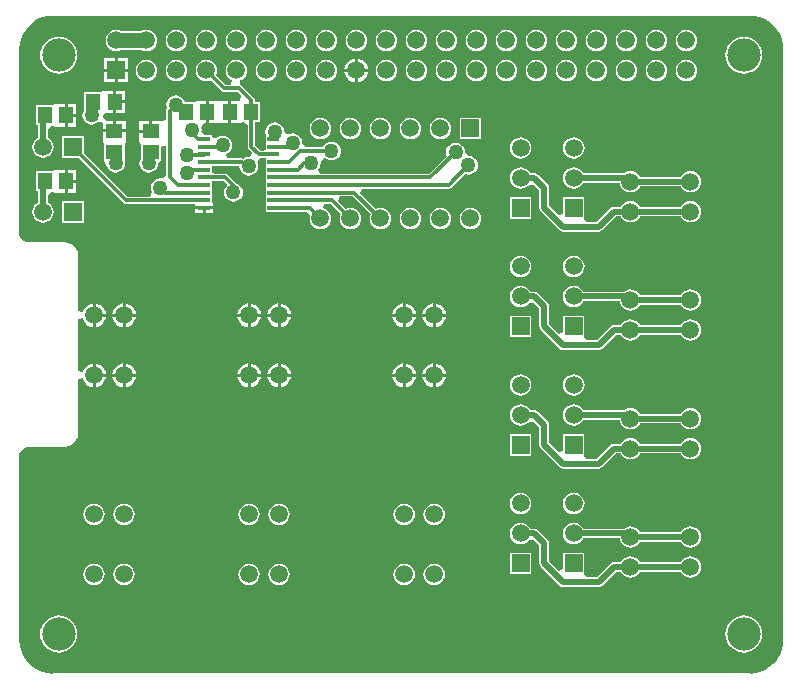
<source format=gtl>
G04 Layer_Physical_Order=1*
G04 Layer_Color=255*
%FSLAX25Y25*%
%MOIN*%
G70*
G01*
G75*
%ADD10R,0.05512X0.04724*%
%ADD11R,0.04724X0.05512*%
%ADD12R,0.03900X0.01200*%
%ADD13C,0.02000*%
%ADD14C,0.05000*%
%ADD15C,0.01200*%
%ADD16C,0.11100*%
%ADD17R,0.05906X0.05906*%
%ADD18C,0.05906*%
%ADD19C,0.05906*%
%ADD20R,0.05906X0.05906*%
%ADD21R,0.05906X0.05906*%
%ADD22C,0.05000*%
G36*
X232107Y13046D02*
X233822Y12635D01*
X235451Y11960D01*
X236954Y11039D01*
X238294Y9894D01*
X239439Y8554D01*
X240360Y7051D01*
X241035Y5422D01*
X241446Y3708D01*
X241576Y2061D01*
X241551Y2000D01*
Y-194800D01*
X241579Y-194869D01*
X241446Y-196565D01*
X241033Y-198287D01*
X240355Y-199923D01*
X239430Y-201433D01*
X238280Y-202780D01*
X236933Y-203930D01*
X235423Y-204855D01*
X233787Y-205533D01*
X232065Y-205946D01*
X230369Y-206079D01*
X230300Y-206051D01*
X-1900D01*
X-1969Y-206079D01*
X-3665Y-205946D01*
X-5387Y-205533D01*
X-7023Y-204855D01*
X-8533Y-203930D01*
X-9880Y-202780D01*
X-11030Y-201433D01*
X-11955Y-199923D01*
X-12632Y-198287D01*
X-13046Y-196565D01*
X-13179Y-194869D01*
X-13151Y-194800D01*
Y-133800D01*
X-13167Y-133760D01*
X-13065Y-132988D01*
X-12733Y-132186D01*
X-12204Y-131496D01*
X-11514Y-130967D01*
X-10712Y-130635D01*
X-9864Y-130523D01*
X-9800Y-130549D01*
X2000D01*
X2058Y-130525D01*
X3138Y-130383D01*
X4245Y-129925D01*
X5195Y-129195D01*
X5925Y-128245D01*
X6383Y-127138D01*
X6540Y-125950D01*
X6537Y-125930D01*
X6549Y-125900D01*
Y-107975D01*
X7960Y-107646D01*
X8358Y-108608D01*
X8992Y-109433D01*
X9818Y-110067D01*
X10779Y-110465D01*
X11311Y-110535D01*
Y-106614D01*
Y-102693D01*
X10779Y-102763D01*
X9818Y-103161D01*
X8992Y-103795D01*
X8358Y-104621D01*
X7960Y-105582D01*
X6549Y-105254D01*
Y-87975D01*
X7960Y-87646D01*
X8358Y-88608D01*
X8992Y-89433D01*
X9818Y-90067D01*
X10779Y-90465D01*
X11311Y-90535D01*
Y-86614D01*
Y-82693D01*
X10779Y-82763D01*
X9818Y-83161D01*
X8992Y-83795D01*
X8358Y-84621D01*
X7960Y-85582D01*
X6549Y-85254D01*
Y-66900D01*
X6537Y-66870D01*
X6540Y-66850D01*
X6383Y-65662D01*
X5925Y-64555D01*
X5195Y-63605D01*
X4245Y-62875D01*
X3138Y-62417D01*
X2058Y-62275D01*
X2000Y-62251D01*
X-9800D01*
X-9864Y-62277D01*
X-10712Y-62165D01*
X-11514Y-61833D01*
X-12204Y-61304D01*
X-12733Y-60614D01*
X-13065Y-59812D01*
X-13167Y-59040D01*
X-13151Y-59000D01*
Y2000D01*
X-13176Y2061D01*
X-13046Y3708D01*
X-12635Y5422D01*
X-11960Y7051D01*
X-11039Y8554D01*
X-9894Y9894D01*
X-8554Y11039D01*
X-7051Y11960D01*
X-5422Y12635D01*
X-3708Y13046D01*
X-1977Y13183D01*
X-1900Y13151D01*
X230300D01*
X230377Y13183D01*
X232107Y13046D01*
D02*
G37*
%LPC*%
G36*
X15732Y-87114D02*
X12311D01*
Y-90535D01*
X12843Y-90465D01*
X13804Y-90067D01*
X14630Y-89433D01*
X15264Y-88608D01*
X15662Y-87646D01*
X15732Y-87114D01*
D02*
G37*
G36*
X21311D02*
X17890D01*
X17960Y-87646D01*
X18358Y-88608D01*
X18992Y-89433D01*
X19818Y-90067D01*
X20779Y-90465D01*
X21311Y-90535D01*
Y-87114D01*
D02*
G37*
G36*
X153996Y-76802D02*
X153069Y-76925D01*
X152204Y-77283D01*
X151462Y-77852D01*
X150893Y-78594D01*
X150535Y-79458D01*
X150413Y-80386D01*
X150535Y-81313D01*
X150893Y-82178D01*
X151462Y-82920D01*
X152204Y-83489D01*
X153069Y-83847D01*
X153996Y-83969D01*
X154923Y-83847D01*
X155788Y-83489D01*
X156530Y-82920D01*
X156680Y-82724D01*
X158285Y-82575D01*
X158525Y-82655D01*
X160239Y-84369D01*
Y-90386D01*
X160363Y-91010D01*
X160716Y-91539D01*
X167016Y-97839D01*
X167545Y-98192D01*
X168169Y-98316D01*
X179980D01*
X180605Y-98192D01*
X181134Y-97839D01*
X185774Y-93198D01*
X187441D01*
X187507Y-93359D01*
X188076Y-94101D01*
X188819Y-94670D01*
X189683Y-95028D01*
X190610Y-95150D01*
X191538Y-95028D01*
X192402Y-94670D01*
X193144Y-94101D01*
X193714Y-93359D01*
X193780Y-93198D01*
X207440D01*
X207507Y-93359D01*
X208076Y-94101D01*
X208819Y-94670D01*
X209683Y-95028D01*
X210610Y-95150D01*
X211538Y-95028D01*
X212402Y-94670D01*
X213144Y-94101D01*
X213714Y-93359D01*
X214071Y-92494D01*
X214194Y-91567D01*
X214071Y-90640D01*
X213714Y-89775D01*
X213144Y-89033D01*
X212402Y-88464D01*
X211538Y-88106D01*
X210610Y-87984D01*
X209683Y-88106D01*
X208819Y-88464D01*
X208076Y-89033D01*
X207507Y-89775D01*
X207440Y-89936D01*
X193780D01*
X193714Y-89775D01*
X193144Y-89033D01*
X192402Y-88464D01*
X191538Y-88106D01*
X190610Y-87984D01*
X189683Y-88106D01*
X188819Y-88464D01*
X188076Y-89033D01*
X187507Y-89775D01*
X187441Y-89936D01*
X185098D01*
X184474Y-90060D01*
X183945Y-90413D01*
X179305Y-95054D01*
X176195D01*
X175265Y-93939D01*
X175265Y-93554D01*
Y-86833D01*
X168160D01*
Y-92247D01*
X166660Y-92869D01*
X163501Y-89710D01*
Y-83693D01*
X163377Y-83069D01*
X163024Y-82539D01*
X159716Y-79232D01*
X159187Y-78879D01*
X158563Y-78755D01*
X157166D01*
X157099Y-78594D01*
X156530Y-77852D01*
X155788Y-77283D01*
X154923Y-76925D01*
X153996Y-76802D01*
D02*
G37*
G36*
X157549Y-86833D02*
X150443D01*
Y-93939D01*
X157549D01*
Y-86833D01*
D02*
G37*
G36*
X25732Y-87114D02*
X22311D01*
Y-90535D01*
X22843Y-90465D01*
X23804Y-90067D01*
X24630Y-89433D01*
X25264Y-88608D01*
X25662Y-87646D01*
X25732Y-87114D01*
D02*
G37*
G36*
X72984D02*
X69563D01*
X69633Y-87646D01*
X70031Y-88608D01*
X70665Y-89433D01*
X71491Y-90067D01*
X72452Y-90465D01*
X72984Y-90535D01*
Y-87114D01*
D02*
G37*
G36*
X77405D02*
X73984D01*
Y-90535D01*
X74516Y-90465D01*
X75478Y-90067D01*
X76303Y-89433D01*
X76937Y-88608D01*
X77335Y-87646D01*
X77405Y-87114D01*
D02*
G37*
G36*
X62984D02*
X59563D01*
X59633Y-87646D01*
X60031Y-88608D01*
X60665Y-89433D01*
X61491Y-90067D01*
X62452Y-90465D01*
X62984Y-90535D01*
Y-87114D01*
D02*
G37*
G36*
X67405D02*
X63984D01*
Y-90535D01*
X64516Y-90465D01*
X65478Y-90067D01*
X66303Y-89433D01*
X66937Y-88608D01*
X67335Y-87646D01*
X67405Y-87114D01*
D02*
G37*
G36*
X63984Y-102693D02*
Y-106114D01*
X67405D01*
X67335Y-105582D01*
X66937Y-104621D01*
X66303Y-103795D01*
X65478Y-103161D01*
X64516Y-102763D01*
X63984Y-102693D01*
D02*
G37*
G36*
X72984D02*
X72452Y-102763D01*
X71491Y-103161D01*
X70665Y-103795D01*
X70031Y-104621D01*
X69633Y-105582D01*
X69563Y-106114D01*
X72984D01*
Y-102693D01*
D02*
G37*
G36*
X22311D02*
Y-106114D01*
X25732D01*
X25662Y-105582D01*
X25264Y-104621D01*
X24630Y-103795D01*
X23804Y-103161D01*
X22843Y-102763D01*
X22311Y-102693D01*
D02*
G37*
G36*
X62984D02*
X62452Y-102763D01*
X61491Y-103161D01*
X60665Y-103795D01*
X60031Y-104621D01*
X59633Y-105582D01*
X59563Y-106114D01*
X62984D01*
Y-102693D01*
D02*
G37*
G36*
X73984D02*
Y-106114D01*
X77405D01*
X77335Y-105582D01*
X76937Y-104621D01*
X76303Y-103795D01*
X75478Y-103161D01*
X74516Y-102763D01*
X73984Y-102693D01*
D02*
G37*
G36*
X124657D02*
X124126Y-102763D01*
X123164Y-103161D01*
X122338Y-103795D01*
X121705Y-104621D01*
X121307Y-105582D01*
X121236Y-106114D01*
X124657D01*
Y-102693D01*
D02*
G37*
G36*
X125657D02*
Y-106114D01*
X129078D01*
X129008Y-105582D01*
X128610Y-104621D01*
X127977Y-103795D01*
X127151Y-103161D01*
X126189Y-102763D01*
X125657Y-102693D01*
D02*
G37*
G36*
X114657D02*
X114126Y-102763D01*
X113164Y-103161D01*
X112338Y-103795D01*
X111705Y-104621D01*
X111307Y-105582D01*
X111236Y-106114D01*
X114657D01*
Y-102693D01*
D02*
G37*
G36*
X115657D02*
Y-106114D01*
X119079D01*
X119009Y-105582D01*
X118610Y-104621D01*
X117977Y-103795D01*
X117151Y-103161D01*
X116189Y-102763D01*
X115657Y-102693D01*
D02*
G37*
G36*
X114657Y-87114D02*
X111236D01*
X111307Y-87646D01*
X111705Y-88608D01*
X112338Y-89433D01*
X113164Y-90067D01*
X114126Y-90465D01*
X114657Y-90535D01*
Y-87114D01*
D02*
G37*
G36*
X115657Y-82693D02*
Y-86114D01*
X119079D01*
X119009Y-85582D01*
X118610Y-84621D01*
X117977Y-83795D01*
X117151Y-83161D01*
X116189Y-82763D01*
X115657Y-82693D01*
D02*
G37*
G36*
X124657D02*
X124126Y-82763D01*
X123164Y-83161D01*
X122338Y-83795D01*
X121705Y-84621D01*
X121307Y-85582D01*
X121236Y-86114D01*
X124657D01*
Y-82693D01*
D02*
G37*
G36*
X73984D02*
Y-86114D01*
X77405D01*
X77335Y-85582D01*
X76937Y-84621D01*
X76303Y-83795D01*
X75478Y-83161D01*
X74516Y-82763D01*
X73984Y-82693D01*
D02*
G37*
G36*
X114657D02*
X114126Y-82763D01*
X113164Y-83161D01*
X112338Y-83795D01*
X111705Y-84621D01*
X111307Y-85582D01*
X111236Y-86114D01*
X114657D01*
Y-82693D01*
D02*
G37*
G36*
X125657D02*
Y-86114D01*
X129078D01*
X129008Y-85582D01*
X128610Y-84621D01*
X127977Y-83795D01*
X127151Y-83161D01*
X126189Y-82763D01*
X125657Y-82693D01*
D02*
G37*
G36*
X171713Y-66802D02*
X170785Y-66925D01*
X169921Y-67282D01*
X169179Y-67852D01*
X168609Y-68594D01*
X168251Y-69458D01*
X168129Y-70386D01*
X168251Y-71313D01*
X168609Y-72177D01*
X169179Y-72920D01*
X169921Y-73489D01*
X170785Y-73847D01*
X171713Y-73969D01*
X172640Y-73847D01*
X173504Y-73489D01*
X174246Y-72920D01*
X174816Y-72177D01*
X175174Y-71313D01*
X175296Y-70386D01*
X175174Y-69458D01*
X174816Y-68594D01*
X174246Y-67852D01*
X173504Y-67282D01*
X172640Y-66925D01*
X171713Y-66802D01*
D02*
G37*
G36*
X117205Y-50787D02*
X116277Y-50909D01*
X115413Y-51267D01*
X114671Y-51836D01*
X114101Y-52578D01*
X113743Y-53443D01*
X113621Y-54370D01*
X113743Y-55297D01*
X114101Y-56162D01*
X114671Y-56904D01*
X115413Y-57473D01*
X116277Y-57831D01*
X117205Y-57954D01*
X118132Y-57831D01*
X118996Y-57473D01*
X119739Y-56904D01*
X120308Y-56162D01*
X120666Y-55297D01*
X120788Y-54370D01*
X120666Y-53443D01*
X120308Y-52578D01*
X119739Y-51836D01*
X118996Y-51267D01*
X118132Y-50909D01*
X117205Y-50787D01*
D02*
G37*
G36*
X171713Y-76802D02*
X170785Y-76925D01*
X169921Y-77283D01*
X169179Y-77852D01*
X168609Y-78594D01*
X168251Y-79458D01*
X168129Y-80386D01*
X168251Y-81313D01*
X168609Y-82178D01*
X169179Y-82920D01*
X169921Y-83489D01*
X170785Y-83847D01*
X171713Y-83969D01*
X172640Y-83847D01*
X173504Y-83489D01*
X174246Y-82920D01*
X174816Y-82178D01*
X174882Y-82017D01*
X187086D01*
X187149Y-82494D01*
X187507Y-83359D01*
X188076Y-84101D01*
X188819Y-84670D01*
X189683Y-85028D01*
X190610Y-85150D01*
X191538Y-85028D01*
X192402Y-84670D01*
X193144Y-84101D01*
X193714Y-83359D01*
X193780Y-83198D01*
X207440D01*
X207507Y-83359D01*
X208076Y-84101D01*
X208819Y-84670D01*
X209683Y-85028D01*
X210610Y-85150D01*
X211538Y-85028D01*
X212402Y-84670D01*
X213144Y-84101D01*
X213714Y-83359D01*
X214071Y-82494D01*
X214194Y-81567D01*
X214071Y-80639D01*
X213714Y-79775D01*
X213144Y-79033D01*
X212402Y-78464D01*
X211538Y-78106D01*
X210610Y-77983D01*
X209683Y-78106D01*
X208819Y-78464D01*
X208076Y-79033D01*
X207507Y-79775D01*
X207440Y-79936D01*
X193780D01*
X193714Y-79775D01*
X193144Y-79033D01*
X192402Y-78464D01*
X191538Y-78106D01*
X190610Y-77983D01*
X189683Y-78106D01*
X188819Y-78464D01*
X188440Y-78755D01*
X174882D01*
X174816Y-78594D01*
X174246Y-77852D01*
X173504Y-77283D01*
X172640Y-76925D01*
X171713Y-76802D01*
D02*
G37*
G36*
X153996Y-66802D02*
X153069Y-66925D01*
X152204Y-67282D01*
X151462Y-67852D01*
X150893Y-68594D01*
X150535Y-69458D01*
X150413Y-70386D01*
X150535Y-71313D01*
X150893Y-72177D01*
X151462Y-72920D01*
X152204Y-73489D01*
X153069Y-73847D01*
X153996Y-73969D01*
X154923Y-73847D01*
X155788Y-73489D01*
X156530Y-72920D01*
X157099Y-72177D01*
X157457Y-71313D01*
X157580Y-70386D01*
X157457Y-69458D01*
X157099Y-68594D01*
X156530Y-67852D01*
X155788Y-67282D01*
X154923Y-66925D01*
X153996Y-66802D01*
D02*
G37*
G36*
X129078Y-87114D02*
X125657D01*
Y-90535D01*
X126189Y-90465D01*
X127151Y-90067D01*
X127977Y-89433D01*
X128610Y-88608D01*
X129008Y-87646D01*
X129078Y-87114D01*
D02*
G37*
G36*
X12311Y-82693D02*
Y-86114D01*
X15732D01*
X15662Y-85582D01*
X15264Y-84621D01*
X14630Y-83795D01*
X13804Y-83161D01*
X12843Y-82763D01*
X12311Y-82693D01*
D02*
G37*
G36*
X119079Y-87114D02*
X115657D01*
Y-90535D01*
X116189Y-90465D01*
X117151Y-90067D01*
X117977Y-89433D01*
X118610Y-88608D01*
X119009Y-87646D01*
X119079Y-87114D01*
D02*
G37*
G36*
X124657D02*
X121236D01*
X121307Y-87646D01*
X121705Y-88608D01*
X122338Y-89433D01*
X123164Y-90067D01*
X124126Y-90465D01*
X124657Y-90535D01*
Y-87114D01*
D02*
G37*
G36*
X21311Y-82693D02*
X20779Y-82763D01*
X19818Y-83161D01*
X18992Y-83795D01*
X18358Y-84621D01*
X17960Y-85582D01*
X17890Y-86114D01*
X21311D01*
Y-82693D01*
D02*
G37*
G36*
X63984D02*
Y-86114D01*
X67405D01*
X67335Y-85582D01*
X66937Y-84621D01*
X66303Y-83795D01*
X65478Y-83161D01*
X64516Y-82763D01*
X63984Y-82693D01*
D02*
G37*
G36*
X72984D02*
X72452Y-82763D01*
X71491Y-83161D01*
X70665Y-83795D01*
X70031Y-84621D01*
X69633Y-85582D01*
X69563Y-86114D01*
X72984D01*
Y-82693D01*
D02*
G37*
G36*
X22311D02*
Y-86114D01*
X25732D01*
X25662Y-85582D01*
X25264Y-84621D01*
X24630Y-83795D01*
X23804Y-83161D01*
X22843Y-82763D01*
X22311Y-82693D01*
D02*
G37*
G36*
X62984D02*
X62452Y-82763D01*
X61491Y-83161D01*
X60665Y-83795D01*
X60031Y-84621D01*
X59633Y-85582D01*
X59563Y-86114D01*
X62984D01*
Y-82693D01*
D02*
G37*
G36*
X11811Y-149413D02*
X10884Y-149535D01*
X10019Y-149893D01*
X9277Y-150462D01*
X8708Y-151204D01*
X8350Y-152069D01*
X8228Y-152996D01*
X8350Y-153923D01*
X8708Y-154788D01*
X9277Y-155530D01*
X10019Y-156099D01*
X10884Y-156457D01*
X11811Y-156579D01*
X12739Y-156457D01*
X13603Y-156099D01*
X14345Y-155530D01*
X14914Y-154788D01*
X15272Y-153923D01*
X15394Y-152996D01*
X15272Y-152069D01*
X14914Y-151204D01*
X14345Y-150462D01*
X13603Y-149893D01*
X12739Y-149535D01*
X11811Y-149413D01*
D02*
G37*
G36*
X21811D02*
X20884Y-149535D01*
X20019Y-149893D01*
X19277Y-150462D01*
X18708Y-151204D01*
X18350Y-152069D01*
X18228Y-152996D01*
X18350Y-153923D01*
X18708Y-154788D01*
X19277Y-155530D01*
X20019Y-156099D01*
X20884Y-156457D01*
X21811Y-156579D01*
X22738Y-156457D01*
X23603Y-156099D01*
X24345Y-155530D01*
X24914Y-154788D01*
X25272Y-153923D01*
X25394Y-152996D01*
X25272Y-152069D01*
X24914Y-151204D01*
X24345Y-150462D01*
X23603Y-149893D01*
X22738Y-149535D01*
X21811Y-149413D01*
D02*
G37*
G36*
X157549Y-165833D02*
X150443D01*
Y-172939D01*
X157549D01*
Y-165833D01*
D02*
G37*
G36*
X171713Y-155802D02*
X170785Y-155924D01*
X169921Y-156282D01*
X169179Y-156852D01*
X168609Y-157594D01*
X168251Y-158458D01*
X168129Y-159386D01*
X168251Y-160313D01*
X168609Y-161178D01*
X169179Y-161920D01*
X169921Y-162489D01*
X170785Y-162847D01*
X171713Y-162969D01*
X172640Y-162847D01*
X173504Y-162489D01*
X174246Y-161920D01*
X174816Y-161178D01*
X174882Y-161017D01*
X187086D01*
X187149Y-161494D01*
X187507Y-162359D01*
X188076Y-163101D01*
X188819Y-163670D01*
X189683Y-164028D01*
X190610Y-164150D01*
X191538Y-164028D01*
X192402Y-163670D01*
X193144Y-163101D01*
X193714Y-162359D01*
X193780Y-162198D01*
X207440D01*
X207507Y-162359D01*
X208076Y-163101D01*
X208819Y-163670D01*
X209683Y-164028D01*
X210610Y-164150D01*
X211538Y-164028D01*
X212402Y-163670D01*
X213144Y-163101D01*
X213714Y-162359D01*
X214071Y-161494D01*
X214194Y-160567D01*
X214071Y-159640D01*
X213714Y-158775D01*
X213144Y-158033D01*
X212402Y-157464D01*
X211538Y-157106D01*
X210610Y-156983D01*
X209683Y-157106D01*
X208819Y-157464D01*
X208076Y-158033D01*
X207507Y-158775D01*
X207440Y-158936D01*
X193780D01*
X193714Y-158775D01*
X193144Y-158033D01*
X192402Y-157464D01*
X191538Y-157106D01*
X190610Y-156983D01*
X189683Y-157106D01*
X188819Y-157464D01*
X188440Y-157755D01*
X174882D01*
X174816Y-157594D01*
X174246Y-156852D01*
X173504Y-156282D01*
X172640Y-155924D01*
X171713Y-155802D01*
D02*
G37*
G36*
X63484Y-149413D02*
X62557Y-149535D01*
X61693Y-149893D01*
X60950Y-150462D01*
X60381Y-151204D01*
X60023Y-152069D01*
X59901Y-152996D01*
X60023Y-153923D01*
X60381Y-154788D01*
X60950Y-155530D01*
X61693Y-156099D01*
X62557Y-156457D01*
X63484Y-156579D01*
X64412Y-156457D01*
X65276Y-156099D01*
X66018Y-155530D01*
X66588Y-154788D01*
X66946Y-153923D01*
X67068Y-152996D01*
X66946Y-152069D01*
X66588Y-151204D01*
X66018Y-150462D01*
X65276Y-149893D01*
X64412Y-149535D01*
X63484Y-149413D01*
D02*
G37*
G36*
X125157D02*
X124230Y-149535D01*
X123366Y-149893D01*
X122624Y-150462D01*
X122054Y-151204D01*
X121696Y-152069D01*
X121574Y-152996D01*
X121696Y-153923D01*
X122054Y-154788D01*
X122624Y-155530D01*
X123366Y-156099D01*
X124230Y-156457D01*
X125157Y-156579D01*
X126085Y-156457D01*
X126949Y-156099D01*
X127691Y-155530D01*
X128261Y-154788D01*
X128619Y-153923D01*
X128741Y-152996D01*
X128619Y-152069D01*
X128261Y-151204D01*
X127691Y-150462D01*
X126949Y-149893D01*
X126085Y-149535D01*
X125157Y-149413D01*
D02*
G37*
G36*
X153996Y-145802D02*
X153069Y-145924D01*
X152204Y-146282D01*
X151462Y-146852D01*
X150893Y-147594D01*
X150535Y-148458D01*
X150413Y-149386D01*
X150535Y-150313D01*
X150893Y-151178D01*
X151462Y-151920D01*
X152204Y-152489D01*
X153069Y-152847D01*
X153996Y-152969D01*
X154923Y-152847D01*
X155788Y-152489D01*
X156530Y-151920D01*
X157099Y-151178D01*
X157457Y-150313D01*
X157580Y-149386D01*
X157457Y-148458D01*
X157099Y-147594D01*
X156530Y-146852D01*
X155788Y-146282D01*
X154923Y-145924D01*
X153996Y-145802D01*
D02*
G37*
G36*
X73484Y-149413D02*
X72557Y-149535D01*
X71693Y-149893D01*
X70950Y-150462D01*
X70381Y-151204D01*
X70023Y-152069D01*
X69901Y-152996D01*
X70023Y-153923D01*
X70381Y-154788D01*
X70950Y-155530D01*
X71693Y-156099D01*
X72557Y-156457D01*
X73484Y-156579D01*
X74412Y-156457D01*
X75276Y-156099D01*
X76018Y-155530D01*
X76588Y-154788D01*
X76946Y-153923D01*
X77068Y-152996D01*
X76946Y-152069D01*
X76588Y-151204D01*
X76018Y-150462D01*
X75276Y-149893D01*
X74412Y-149535D01*
X73484Y-149413D01*
D02*
G37*
G36*
X115157D02*
X114230Y-149535D01*
X113366Y-149893D01*
X112624Y-150462D01*
X112054Y-151204D01*
X111696Y-152069D01*
X111574Y-152996D01*
X111696Y-153923D01*
X112054Y-154788D01*
X112624Y-155530D01*
X113366Y-156099D01*
X114230Y-156457D01*
X115157Y-156579D01*
X116085Y-156457D01*
X116949Y-156099D01*
X117691Y-155530D01*
X118261Y-154788D01*
X118619Y-153923D01*
X118741Y-152996D01*
X118619Y-152069D01*
X118261Y-151204D01*
X117691Y-150462D01*
X116949Y-149893D01*
X116085Y-149535D01*
X115157Y-149413D01*
D02*
G37*
G36*
X11811Y-169413D02*
X10884Y-169535D01*
X10019Y-169893D01*
X9277Y-170462D01*
X8708Y-171204D01*
X8350Y-172069D01*
X8228Y-172996D01*
X8350Y-173924D01*
X8708Y-174788D01*
X9277Y-175530D01*
X10019Y-176099D01*
X10884Y-176457D01*
X11811Y-176579D01*
X12739Y-176457D01*
X13603Y-176099D01*
X14345Y-175530D01*
X14914Y-174788D01*
X15272Y-173924D01*
X15394Y-172996D01*
X15272Y-172069D01*
X14914Y-171204D01*
X14345Y-170462D01*
X13603Y-169893D01*
X12739Y-169535D01*
X11811Y-169413D01*
D02*
G37*
G36*
X21811D02*
X20884Y-169535D01*
X20019Y-169893D01*
X19277Y-170462D01*
X18708Y-171204D01*
X18350Y-172069D01*
X18228Y-172996D01*
X18350Y-173924D01*
X18708Y-174788D01*
X19277Y-175530D01*
X20019Y-176099D01*
X20884Y-176457D01*
X21811Y-176579D01*
X22738Y-176457D01*
X23603Y-176099D01*
X24345Y-175530D01*
X24914Y-174788D01*
X25272Y-173924D01*
X25394Y-172996D01*
X25272Y-172069D01*
X24914Y-171204D01*
X24345Y-170462D01*
X23603Y-169893D01*
X22738Y-169535D01*
X21811Y-169413D01*
D02*
G37*
G36*
X0Y-186720D02*
X-1206Y-186839D01*
X-2365Y-187191D01*
X-3433Y-187762D01*
X-4370Y-188530D01*
X-5138Y-189467D01*
X-5709Y-190535D01*
X-6061Y-191694D01*
X-6180Y-192900D01*
X-6061Y-194106D01*
X-5709Y-195265D01*
X-5138Y-196333D01*
X-4370Y-197270D01*
X-3433Y-198038D01*
X-2365Y-198609D01*
X-1206Y-198961D01*
X0Y-199080D01*
X1206Y-198961D01*
X2365Y-198609D01*
X3433Y-198038D01*
X4370Y-197270D01*
X5138Y-196333D01*
X5709Y-195265D01*
X6061Y-194106D01*
X6180Y-192900D01*
X6061Y-191694D01*
X5709Y-190535D01*
X5138Y-189467D01*
X4370Y-188530D01*
X3433Y-187762D01*
X2365Y-187191D01*
X1206Y-186839D01*
X0Y-186720D01*
D02*
G37*
G36*
X228400D02*
X227194Y-186839D01*
X226035Y-187191D01*
X224967Y-187762D01*
X224030Y-188530D01*
X223262Y-189467D01*
X222691Y-190535D01*
X222339Y-191694D01*
X222220Y-192900D01*
X222339Y-194106D01*
X222691Y-195265D01*
X223262Y-196333D01*
X224030Y-197270D01*
X224967Y-198038D01*
X226035Y-198609D01*
X227194Y-198961D01*
X228400Y-199080D01*
X229606Y-198961D01*
X230765Y-198609D01*
X231833Y-198038D01*
X232770Y-197270D01*
X233538Y-196333D01*
X234109Y-195265D01*
X234461Y-194106D01*
X234580Y-192900D01*
X234461Y-191694D01*
X234109Y-190535D01*
X233538Y-189467D01*
X232770Y-188530D01*
X231833Y-187762D01*
X230765Y-187191D01*
X229606Y-186839D01*
X228400Y-186720D01*
D02*
G37*
G36*
X63484Y-169413D02*
X62557Y-169535D01*
X61693Y-169893D01*
X60950Y-170462D01*
X60381Y-171204D01*
X60023Y-172069D01*
X59901Y-172996D01*
X60023Y-173924D01*
X60381Y-174788D01*
X60950Y-175530D01*
X61693Y-176099D01*
X62557Y-176457D01*
X63484Y-176579D01*
X64412Y-176457D01*
X65276Y-176099D01*
X66018Y-175530D01*
X66588Y-174788D01*
X66946Y-173924D01*
X67068Y-172996D01*
X66946Y-172069D01*
X66588Y-171204D01*
X66018Y-170462D01*
X65276Y-169893D01*
X64412Y-169535D01*
X63484Y-169413D01*
D02*
G37*
G36*
X125157D02*
X124230Y-169535D01*
X123366Y-169893D01*
X122624Y-170462D01*
X122054Y-171204D01*
X121696Y-172069D01*
X121574Y-172996D01*
X121696Y-173924D01*
X122054Y-174788D01*
X122624Y-175530D01*
X123366Y-176099D01*
X124230Y-176457D01*
X125157Y-176579D01*
X126085Y-176457D01*
X126949Y-176099D01*
X127691Y-175530D01*
X128261Y-174788D01*
X128619Y-173924D01*
X128741Y-172996D01*
X128619Y-172069D01*
X128261Y-171204D01*
X127691Y-170462D01*
X126949Y-169893D01*
X126085Y-169535D01*
X125157Y-169413D01*
D02*
G37*
G36*
X153996Y-155802D02*
X153069Y-155924D01*
X152204Y-156282D01*
X151462Y-156852D01*
X150893Y-157594D01*
X150535Y-158458D01*
X150413Y-159386D01*
X150535Y-160313D01*
X150893Y-161178D01*
X151462Y-161920D01*
X152204Y-162489D01*
X153069Y-162847D01*
X153996Y-162969D01*
X154923Y-162847D01*
X155788Y-162489D01*
X156530Y-161920D01*
X156680Y-161724D01*
X158285Y-161575D01*
X158525Y-161655D01*
X160239Y-163369D01*
Y-169386D01*
X160363Y-170010D01*
X160716Y-170539D01*
X167016Y-176839D01*
X167545Y-177192D01*
X168169Y-177316D01*
X179980D01*
X180605Y-177192D01*
X181134Y-176839D01*
X185774Y-172198D01*
X187441D01*
X187507Y-172359D01*
X188076Y-173101D01*
X188819Y-173670D01*
X189683Y-174028D01*
X190610Y-174150D01*
X191538Y-174028D01*
X192402Y-173670D01*
X193144Y-173101D01*
X193714Y-172359D01*
X193780Y-172198D01*
X207440D01*
X207507Y-172359D01*
X208076Y-173101D01*
X208819Y-173670D01*
X209683Y-174028D01*
X210610Y-174150D01*
X211538Y-174028D01*
X212402Y-173670D01*
X213144Y-173101D01*
X213714Y-172359D01*
X214071Y-171494D01*
X214194Y-170567D01*
X214071Y-169640D01*
X213714Y-168775D01*
X213144Y-168033D01*
X212402Y-167464D01*
X211538Y-167106D01*
X210610Y-166983D01*
X209683Y-167106D01*
X208819Y-167464D01*
X208076Y-168033D01*
X207507Y-168775D01*
X207440Y-168936D01*
X193780D01*
X193714Y-168775D01*
X193144Y-168033D01*
X192402Y-167464D01*
X191538Y-167106D01*
X190610Y-166983D01*
X189683Y-167106D01*
X188819Y-167464D01*
X188076Y-168033D01*
X187507Y-168775D01*
X187441Y-168936D01*
X185098D01*
X184474Y-169060D01*
X183945Y-169413D01*
X179305Y-174054D01*
X176195D01*
X175265Y-172939D01*
X175265Y-172554D01*
Y-165833D01*
X168160D01*
Y-171247D01*
X166660Y-171869D01*
X163501Y-168710D01*
Y-162693D01*
X163377Y-162069D01*
X163024Y-161539D01*
X159716Y-158232D01*
X159187Y-157879D01*
X158563Y-157755D01*
X157166D01*
X157099Y-157594D01*
X156530Y-156852D01*
X155788Y-156282D01*
X154923Y-155924D01*
X153996Y-155802D01*
D02*
G37*
G36*
X73484Y-169413D02*
X72557Y-169535D01*
X71693Y-169893D01*
X70950Y-170462D01*
X70381Y-171204D01*
X70023Y-172069D01*
X69901Y-172996D01*
X70023Y-173924D01*
X70381Y-174788D01*
X70950Y-175530D01*
X71693Y-176099D01*
X72557Y-176457D01*
X73484Y-176579D01*
X74412Y-176457D01*
X75276Y-176099D01*
X76018Y-175530D01*
X76588Y-174788D01*
X76946Y-173924D01*
X77068Y-172996D01*
X76946Y-172069D01*
X76588Y-171204D01*
X76018Y-170462D01*
X75276Y-169893D01*
X74412Y-169535D01*
X73484Y-169413D01*
D02*
G37*
G36*
X115157D02*
X114230Y-169535D01*
X113366Y-169893D01*
X112624Y-170462D01*
X112054Y-171204D01*
X111696Y-172069D01*
X111574Y-172996D01*
X111696Y-173924D01*
X112054Y-174788D01*
X112624Y-175530D01*
X113366Y-176099D01*
X114230Y-176457D01*
X115157Y-176579D01*
X116085Y-176457D01*
X116949Y-176099D01*
X117691Y-175530D01*
X118261Y-174788D01*
X118619Y-173924D01*
X118741Y-172996D01*
X118619Y-172069D01*
X118261Y-171204D01*
X117691Y-170462D01*
X116949Y-169893D01*
X116085Y-169535D01*
X115157Y-169413D01*
D02*
G37*
G36*
X171713Y-145802D02*
X170785Y-145924D01*
X169921Y-146282D01*
X169179Y-146852D01*
X168609Y-147594D01*
X168251Y-148458D01*
X168129Y-149386D01*
X168251Y-150313D01*
X168609Y-151178D01*
X169179Y-151920D01*
X169921Y-152489D01*
X170785Y-152847D01*
X171713Y-152969D01*
X172640Y-152847D01*
X173504Y-152489D01*
X174246Y-151920D01*
X174816Y-151178D01*
X175174Y-150313D01*
X175296Y-149386D01*
X175174Y-148458D01*
X174816Y-147594D01*
X174246Y-146852D01*
X173504Y-146282D01*
X172640Y-145924D01*
X171713Y-145802D01*
D02*
G37*
G36*
X77405Y-107114D02*
X73984D01*
Y-110535D01*
X74516Y-110465D01*
X75478Y-110067D01*
X76303Y-109433D01*
X76937Y-108608D01*
X77335Y-107646D01*
X77405Y-107114D01*
D02*
G37*
G36*
X114657D02*
X111236D01*
X111307Y-107646D01*
X111705Y-108608D01*
X112338Y-109433D01*
X113164Y-110067D01*
X114126Y-110465D01*
X114657Y-110535D01*
Y-107114D01*
D02*
G37*
G36*
X67405D02*
X63984D01*
Y-110535D01*
X64516Y-110465D01*
X65478Y-110067D01*
X66303Y-109433D01*
X66937Y-108608D01*
X67335Y-107646D01*
X67405Y-107114D01*
D02*
G37*
G36*
X72984D02*
X69563D01*
X69633Y-107646D01*
X70031Y-108608D01*
X70665Y-109433D01*
X71491Y-110067D01*
X72452Y-110465D01*
X72984Y-110535D01*
Y-107114D01*
D02*
G37*
G36*
X119079D02*
X115657D01*
Y-110535D01*
X116189Y-110465D01*
X117151Y-110067D01*
X117977Y-109433D01*
X118610Y-108608D01*
X119009Y-107646D01*
X119079Y-107114D01*
D02*
G37*
G36*
X12311Y-102693D02*
Y-106114D01*
X15732D01*
X15662Y-105582D01*
X15264Y-104621D01*
X14630Y-103795D01*
X13804Y-103161D01*
X12843Y-102763D01*
X12311Y-102693D01*
D02*
G37*
G36*
X21311D02*
X20779Y-102763D01*
X19818Y-103161D01*
X18992Y-103795D01*
X18358Y-104621D01*
X17960Y-105582D01*
X17890Y-106114D01*
X21311D01*
Y-102693D01*
D02*
G37*
G36*
X124657Y-107114D02*
X121236D01*
X121307Y-107646D01*
X121705Y-108608D01*
X122338Y-109433D01*
X123164Y-110067D01*
X124126Y-110465D01*
X124657Y-110535D01*
Y-107114D01*
D02*
G37*
G36*
X129078D02*
X125657D01*
Y-110535D01*
X126189Y-110465D01*
X127151Y-110067D01*
X127977Y-109433D01*
X128610Y-108608D01*
X129008Y-107646D01*
X129078Y-107114D01*
D02*
G37*
G36*
X171713Y-116302D02*
X170785Y-116425D01*
X169921Y-116782D01*
X169179Y-117352D01*
X168609Y-118094D01*
X168251Y-118958D01*
X168129Y-119886D01*
X168251Y-120813D01*
X168609Y-121677D01*
X169179Y-122420D01*
X169921Y-122989D01*
X170785Y-123347D01*
X171713Y-123469D01*
X172640Y-123347D01*
X173504Y-122989D01*
X174246Y-122420D01*
X174816Y-121677D01*
X174882Y-121517D01*
X187086D01*
X187149Y-121994D01*
X187507Y-122859D01*
X188076Y-123601D01*
X188819Y-124170D01*
X189683Y-124528D01*
X190610Y-124650D01*
X191538Y-124528D01*
X192402Y-124170D01*
X193144Y-123601D01*
X193714Y-122859D01*
X193780Y-122698D01*
X207440D01*
X207507Y-122859D01*
X208076Y-123601D01*
X208819Y-124170D01*
X209683Y-124528D01*
X210610Y-124650D01*
X211538Y-124528D01*
X212402Y-124170D01*
X213144Y-123601D01*
X213714Y-122859D01*
X214071Y-121994D01*
X214194Y-121067D01*
X214071Y-120140D01*
X213714Y-119275D01*
X213144Y-118533D01*
X212402Y-117964D01*
X211538Y-117606D01*
X210610Y-117483D01*
X209683Y-117606D01*
X208819Y-117964D01*
X208076Y-118533D01*
X207507Y-119275D01*
X207440Y-119436D01*
X193780D01*
X193714Y-119275D01*
X193144Y-118533D01*
X192402Y-117964D01*
X191538Y-117606D01*
X190610Y-117483D01*
X189683Y-117606D01*
X188819Y-117964D01*
X188440Y-118254D01*
X174882D01*
X174816Y-118094D01*
X174246Y-117352D01*
X173504Y-116782D01*
X172640Y-116425D01*
X171713Y-116302D01*
D02*
G37*
G36*
X153996Y-106302D02*
X153069Y-106424D01*
X152204Y-106782D01*
X151462Y-107352D01*
X150893Y-108094D01*
X150535Y-108958D01*
X150413Y-109886D01*
X150535Y-110813D01*
X150893Y-111678D01*
X151462Y-112420D01*
X152204Y-112989D01*
X153069Y-113347D01*
X153996Y-113469D01*
X154923Y-113347D01*
X155788Y-112989D01*
X156530Y-112420D01*
X157099Y-111678D01*
X157457Y-110813D01*
X157580Y-109886D01*
X157457Y-108958D01*
X157099Y-108094D01*
X156530Y-107352D01*
X155788Y-106782D01*
X154923Y-106424D01*
X153996Y-106302D01*
D02*
G37*
G36*
Y-116302D02*
X153069Y-116425D01*
X152204Y-116782D01*
X151462Y-117352D01*
X150893Y-118094D01*
X150535Y-118958D01*
X150413Y-119886D01*
X150535Y-120813D01*
X150893Y-121677D01*
X151462Y-122420D01*
X152204Y-122989D01*
X153069Y-123347D01*
X153996Y-123469D01*
X154923Y-123347D01*
X155788Y-122989D01*
X156530Y-122420D01*
X156680Y-122224D01*
X158285Y-122075D01*
X158525Y-122155D01*
X160239Y-123869D01*
Y-129886D01*
X160363Y-130510D01*
X160716Y-131039D01*
X167016Y-137339D01*
X167545Y-137692D01*
X168169Y-137816D01*
X179980D01*
X180605Y-137692D01*
X181134Y-137339D01*
X185774Y-132698D01*
X187441D01*
X187507Y-132859D01*
X188076Y-133601D01*
X188819Y-134170D01*
X189683Y-134528D01*
X190610Y-134650D01*
X191538Y-134528D01*
X192402Y-134170D01*
X193144Y-133601D01*
X193714Y-132859D01*
X193780Y-132698D01*
X207440D01*
X207507Y-132859D01*
X208076Y-133601D01*
X208819Y-134170D01*
X209683Y-134528D01*
X210610Y-134650D01*
X211538Y-134528D01*
X212402Y-134170D01*
X213144Y-133601D01*
X213714Y-132859D01*
X214071Y-131994D01*
X214194Y-131067D01*
X214071Y-130140D01*
X213714Y-129275D01*
X213144Y-128533D01*
X212402Y-127964D01*
X211538Y-127606D01*
X210610Y-127483D01*
X209683Y-127606D01*
X208819Y-127964D01*
X208076Y-128533D01*
X207507Y-129275D01*
X207440Y-129436D01*
X193780D01*
X193714Y-129275D01*
X193144Y-128533D01*
X192402Y-127964D01*
X191538Y-127606D01*
X190610Y-127483D01*
X189683Y-127606D01*
X188819Y-127964D01*
X188076Y-128533D01*
X187507Y-129275D01*
X187441Y-129436D01*
X185098D01*
X184474Y-129560D01*
X183945Y-129913D01*
X179305Y-134554D01*
X176195D01*
X175265Y-133439D01*
X175265Y-133054D01*
Y-126333D01*
X168160D01*
Y-131747D01*
X166660Y-132369D01*
X163501Y-129210D01*
Y-123193D01*
X163377Y-122569D01*
X163024Y-122039D01*
X159716Y-118732D01*
X159187Y-118379D01*
X158563Y-118254D01*
X157166D01*
X157099Y-118094D01*
X156530Y-117352D01*
X155788Y-116782D01*
X154923Y-116425D01*
X153996Y-116302D01*
D02*
G37*
G36*
X157549Y-126333D02*
X150443D01*
Y-133439D01*
X157549D01*
Y-126333D01*
D02*
G37*
G36*
X171713Y-106302D02*
X170785Y-106424D01*
X169921Y-106782D01*
X169179Y-107352D01*
X168609Y-108094D01*
X168251Y-108958D01*
X168129Y-109886D01*
X168251Y-110813D01*
X168609Y-111678D01*
X169179Y-112420D01*
X169921Y-112989D01*
X170785Y-113347D01*
X171713Y-113469D01*
X172640Y-113347D01*
X173504Y-112989D01*
X174246Y-112420D01*
X174816Y-111678D01*
X175174Y-110813D01*
X175296Y-109886D01*
X175174Y-108958D01*
X174816Y-108094D01*
X174246Y-107352D01*
X173504Y-106782D01*
X172640Y-106424D01*
X171713Y-106302D01*
D02*
G37*
G36*
X25732Y-107114D02*
X22311D01*
Y-110535D01*
X22843Y-110465D01*
X23804Y-110067D01*
X24630Y-109433D01*
X25264Y-108608D01*
X25662Y-107646D01*
X25732Y-107114D01*
D02*
G37*
G36*
X62984D02*
X59563D01*
X59633Y-107646D01*
X60031Y-108608D01*
X60665Y-109433D01*
X61491Y-110067D01*
X62452Y-110465D01*
X62984Y-110535D01*
Y-107114D01*
D02*
G37*
G36*
X15732D02*
X12311D01*
Y-110535D01*
X12843Y-110465D01*
X13804Y-110067D01*
X14630Y-109433D01*
X15264Y-108608D01*
X15662Y-107646D01*
X15732Y-107114D01*
D02*
G37*
G36*
X21311D02*
X17890D01*
X17960Y-107646D01*
X18358Y-108608D01*
X18992Y-109433D01*
X19818Y-110067D01*
X20779Y-110465D01*
X21311Y-110535D01*
Y-107114D01*
D02*
G37*
G36*
X127205Y-50787D02*
X126277Y-50909D01*
X125413Y-51267D01*
X124671Y-51836D01*
X124101Y-52578D01*
X123743Y-53443D01*
X123621Y-54370D01*
X123743Y-55297D01*
X124101Y-56162D01*
X124671Y-56904D01*
X125413Y-57473D01*
X126277Y-57831D01*
X127205Y-57954D01*
X128132Y-57831D01*
X128996Y-57473D01*
X129739Y-56904D01*
X130308Y-56162D01*
X130666Y-55297D01*
X130788Y-54370D01*
X130666Y-53443D01*
X130308Y-52578D01*
X129739Y-51836D01*
X128996Y-51267D01*
X128132Y-50909D01*
X127205Y-50787D01*
D02*
G37*
G36*
X209200Y-1417D02*
X208273Y-1539D01*
X207408Y-1897D01*
X206666Y-2466D01*
X206097Y-3208D01*
X205739Y-4073D01*
X205617Y-5000D01*
X205739Y-5928D01*
X206097Y-6792D01*
X206666Y-7534D01*
X207408Y-8103D01*
X208273Y-8461D01*
X209200Y-8583D01*
X210127Y-8461D01*
X210992Y-8103D01*
X211734Y-7534D01*
X212303Y-6792D01*
X212661Y-5928D01*
X212783Y-5000D01*
X212661Y-4073D01*
X212303Y-3208D01*
X211734Y-2466D01*
X210992Y-1897D01*
X210127Y-1539D01*
X209200Y-1417D01*
D02*
G37*
G36*
X0Y6180D02*
X-1206Y6061D01*
X-2365Y5709D01*
X-3433Y5138D01*
X-4370Y4370D01*
X-5138Y3433D01*
X-5709Y2365D01*
X-6061Y1206D01*
X-6180Y0D01*
X-6061Y-1206D01*
X-5709Y-2365D01*
X-5138Y-3433D01*
X-4370Y-4370D01*
X-3433Y-5138D01*
X-2365Y-5709D01*
X-1206Y-6061D01*
X0Y-6180D01*
X1206Y-6061D01*
X2365Y-5709D01*
X3433Y-5138D01*
X4370Y-4370D01*
X5138Y-3433D01*
X5709Y-2365D01*
X6061Y-1206D01*
X6180Y0D01*
X6061Y1206D01*
X5709Y2365D01*
X5138Y3433D01*
X4370Y4370D01*
X3433Y5138D01*
X2365Y5709D01*
X1206Y6061D01*
X0Y6180D01*
D02*
G37*
G36*
X189200Y-1417D02*
X188273Y-1539D01*
X187408Y-1897D01*
X186666Y-2466D01*
X186097Y-3208D01*
X185739Y-4073D01*
X185617Y-5000D01*
X185739Y-5928D01*
X186097Y-6792D01*
X186666Y-7534D01*
X187408Y-8103D01*
X188273Y-8461D01*
X189200Y-8583D01*
X190127Y-8461D01*
X190992Y-8103D01*
X191734Y-7534D01*
X192303Y-6792D01*
X192661Y-5928D01*
X192783Y-5000D01*
X192661Y-4073D01*
X192303Y-3208D01*
X191734Y-2466D01*
X190992Y-1897D01*
X190127Y-1539D01*
X189200Y-1417D01*
D02*
G37*
G36*
X199200D02*
X198273Y-1539D01*
X197408Y-1897D01*
X196666Y-2466D01*
X196097Y-3208D01*
X195739Y-4073D01*
X195617Y-5000D01*
X195739Y-5928D01*
X196097Y-6792D01*
X196666Y-7534D01*
X197408Y-8103D01*
X198273Y-8461D01*
X199200Y-8583D01*
X200127Y-8461D01*
X200992Y-8103D01*
X201734Y-7534D01*
X202303Y-6792D01*
X202661Y-5928D01*
X202783Y-5000D01*
X202661Y-4073D01*
X202303Y-3208D01*
X201734Y-2466D01*
X200992Y-1897D01*
X200127Y-1539D01*
X199200Y-1417D01*
D02*
G37*
G36*
X228400Y6180D02*
X227194Y6061D01*
X226035Y5709D01*
X224967Y5138D01*
X224030Y4370D01*
X223262Y3433D01*
X222691Y2365D01*
X222339Y1206D01*
X222220Y0D01*
X222339Y-1206D01*
X222691Y-2365D01*
X223262Y-3433D01*
X224030Y-4370D01*
X224967Y-5138D01*
X226035Y-5709D01*
X227194Y-6061D01*
X228400Y-6180D01*
X229606Y-6061D01*
X230765Y-5709D01*
X231833Y-5138D01*
X232770Y-4370D01*
X233538Y-3433D01*
X234109Y-2365D01*
X234461Y-1206D01*
X234580Y0D01*
X234461Y1206D01*
X234109Y2365D01*
X233538Y3433D01*
X232770Y4370D01*
X231833Y5138D01*
X230765Y5709D01*
X229606Y6061D01*
X228400Y6180D01*
D02*
G37*
G36*
X98700Y-1079D02*
X98168Y-1149D01*
X97207Y-1547D01*
X96381Y-2181D01*
X95747Y-3007D01*
X95349Y-3968D01*
X95279Y-4500D01*
X98700D01*
Y-1079D01*
D02*
G37*
G36*
X99700D02*
Y-4500D01*
X103121D01*
X103051Y-3968D01*
X102653Y-3007D01*
X102019Y-2181D01*
X101193Y-1547D01*
X100232Y-1149D01*
X99700Y-1079D01*
D02*
G37*
G36*
X18700Y-1047D02*
X15247D01*
Y-4500D01*
X18700D01*
Y-1047D01*
D02*
G37*
G36*
X23153D02*
X19700D01*
Y-4500D01*
X23153D01*
Y-1047D01*
D02*
G37*
G36*
X119200Y-1417D02*
X118273Y-1539D01*
X117408Y-1897D01*
X116666Y-2466D01*
X116097Y-3208D01*
X115739Y-4073D01*
X115617Y-5000D01*
X115739Y-5928D01*
X116097Y-6792D01*
X116666Y-7534D01*
X117408Y-8103D01*
X118273Y-8461D01*
X119200Y-8583D01*
X120127Y-8461D01*
X120992Y-8103D01*
X121734Y-7534D01*
X122303Y-6792D01*
X122661Y-5928D01*
X122783Y-5000D01*
X122661Y-4073D01*
X122303Y-3208D01*
X121734Y-2466D01*
X120992Y-1897D01*
X120127Y-1539D01*
X119200Y-1417D01*
D02*
G37*
G36*
X129200D02*
X128273Y-1539D01*
X127408Y-1897D01*
X126666Y-2466D01*
X126097Y-3208D01*
X125739Y-4073D01*
X125617Y-5000D01*
X125739Y-5928D01*
X126097Y-6792D01*
X126666Y-7534D01*
X127408Y-8103D01*
X128273Y-8461D01*
X129200Y-8583D01*
X130127Y-8461D01*
X130992Y-8103D01*
X131734Y-7534D01*
X132303Y-6792D01*
X132661Y-5928D01*
X132783Y-5000D01*
X132661Y-4073D01*
X132303Y-3208D01*
X131734Y-2466D01*
X130992Y-1897D01*
X130127Y-1539D01*
X129200Y-1417D01*
D02*
G37*
G36*
X89200D02*
X88273Y-1539D01*
X87408Y-1897D01*
X86666Y-2466D01*
X86097Y-3208D01*
X85739Y-4073D01*
X85617Y-5000D01*
X85739Y-5928D01*
X86097Y-6792D01*
X86666Y-7534D01*
X87408Y-8103D01*
X88273Y-8461D01*
X89200Y-8583D01*
X90127Y-8461D01*
X90992Y-8103D01*
X91734Y-7534D01*
X92303Y-6792D01*
X92661Y-5928D01*
X92783Y-5000D01*
X92661Y-4073D01*
X92303Y-3208D01*
X91734Y-2466D01*
X90992Y-1897D01*
X90127Y-1539D01*
X89200Y-1417D01*
D02*
G37*
G36*
X109200D02*
X108273Y-1539D01*
X107408Y-1897D01*
X106666Y-2466D01*
X106097Y-3208D01*
X105739Y-4073D01*
X105617Y-5000D01*
X105739Y-5928D01*
X106097Y-6792D01*
X106666Y-7534D01*
X107408Y-8103D01*
X108273Y-8461D01*
X109200Y-8583D01*
X110127Y-8461D01*
X110992Y-8103D01*
X111734Y-7534D01*
X112303Y-6792D01*
X112661Y-5928D01*
X112783Y-5000D01*
X112661Y-4073D01*
X112303Y-3208D01*
X111734Y-2466D01*
X110992Y-1897D01*
X110127Y-1539D01*
X109200Y-1417D01*
D02*
G37*
G36*
X139200D02*
X138273Y-1539D01*
X137408Y-1897D01*
X136666Y-2466D01*
X136097Y-3208D01*
X135739Y-4073D01*
X135617Y-5000D01*
X135739Y-5928D01*
X136097Y-6792D01*
X136666Y-7534D01*
X137408Y-8103D01*
X138273Y-8461D01*
X139200Y-8583D01*
X140127Y-8461D01*
X140992Y-8103D01*
X141734Y-7534D01*
X142303Y-6792D01*
X142661Y-5928D01*
X142783Y-5000D01*
X142661Y-4073D01*
X142303Y-3208D01*
X141734Y-2466D01*
X140992Y-1897D01*
X140127Y-1539D01*
X139200Y-1417D01*
D02*
G37*
G36*
X169200D02*
X168273Y-1539D01*
X167408Y-1897D01*
X166666Y-2466D01*
X166097Y-3208D01*
X165739Y-4073D01*
X165617Y-5000D01*
X165739Y-5928D01*
X166097Y-6792D01*
X166666Y-7534D01*
X167408Y-8103D01*
X168273Y-8461D01*
X169200Y-8583D01*
X170127Y-8461D01*
X170992Y-8103D01*
X171734Y-7534D01*
X172303Y-6792D01*
X172661Y-5928D01*
X172783Y-5000D01*
X172661Y-4073D01*
X172303Y-3208D01*
X171734Y-2466D01*
X170992Y-1897D01*
X170127Y-1539D01*
X169200Y-1417D01*
D02*
G37*
G36*
X179200D02*
X178273Y-1539D01*
X177408Y-1897D01*
X176666Y-2466D01*
X176097Y-3208D01*
X175739Y-4073D01*
X175617Y-5000D01*
X175739Y-5928D01*
X176097Y-6792D01*
X176666Y-7534D01*
X177408Y-8103D01*
X178273Y-8461D01*
X179200Y-8583D01*
X180127Y-8461D01*
X180992Y-8103D01*
X181734Y-7534D01*
X182303Y-6792D01*
X182661Y-5928D01*
X182783Y-5000D01*
X182661Y-4073D01*
X182303Y-3208D01*
X181734Y-2466D01*
X180992Y-1897D01*
X180127Y-1539D01*
X179200Y-1417D01*
D02*
G37*
G36*
X149200D02*
X148273Y-1539D01*
X147408Y-1897D01*
X146666Y-2466D01*
X146097Y-3208D01*
X145739Y-4073D01*
X145617Y-5000D01*
X145739Y-5928D01*
X146097Y-6792D01*
X146666Y-7534D01*
X147408Y-8103D01*
X148273Y-8461D01*
X149200Y-8583D01*
X150127Y-8461D01*
X150992Y-8103D01*
X151734Y-7534D01*
X152303Y-6792D01*
X152661Y-5928D01*
X152783Y-5000D01*
X152661Y-4073D01*
X152303Y-3208D01*
X151734Y-2466D01*
X150992Y-1897D01*
X150127Y-1539D01*
X149200Y-1417D01*
D02*
G37*
G36*
X159200D02*
X158273Y-1539D01*
X157408Y-1897D01*
X156666Y-2466D01*
X156097Y-3208D01*
X155739Y-4073D01*
X155617Y-5000D01*
X155739Y-5928D01*
X156097Y-6792D01*
X156666Y-7534D01*
X157408Y-8103D01*
X158273Y-8461D01*
X159200Y-8583D01*
X160127Y-8461D01*
X160992Y-8103D01*
X161734Y-7534D01*
X162303Y-6792D01*
X162661Y-5928D01*
X162783Y-5000D01*
X162661Y-4073D01*
X162303Y-3208D01*
X161734Y-2466D01*
X160992Y-1897D01*
X160127Y-1539D01*
X159200Y-1417D01*
D02*
G37*
G36*
X39200Y8583D02*
X38273Y8461D01*
X37408Y8103D01*
X36666Y7534D01*
X36097Y6792D01*
X35739Y5928D01*
X35617Y5000D01*
X35739Y4073D01*
X36097Y3208D01*
X36666Y2466D01*
X37408Y1897D01*
X38273Y1539D01*
X39200Y1417D01*
X40127Y1539D01*
X40992Y1897D01*
X41734Y2466D01*
X42303Y3208D01*
X42661Y4073D01*
X42783Y5000D01*
X42661Y5928D01*
X42303Y6792D01*
X41734Y7534D01*
X40992Y8103D01*
X40127Y8461D01*
X39200Y8583D01*
D02*
G37*
G36*
X159200D02*
X158273Y8461D01*
X157408Y8103D01*
X156666Y7534D01*
X156097Y6792D01*
X155739Y5928D01*
X155617Y5000D01*
X155739Y4073D01*
X156097Y3208D01*
X156666Y2466D01*
X157408Y1897D01*
X158273Y1539D01*
X159200Y1417D01*
X160127Y1539D01*
X160992Y1897D01*
X161734Y2466D01*
X162303Y3208D01*
X162661Y4073D01*
X162783Y5000D01*
X162661Y5928D01*
X162303Y6792D01*
X161734Y7534D01*
X160992Y8103D01*
X160127Y8461D01*
X159200Y8583D01*
D02*
G37*
G36*
X169200D02*
X168273Y8461D01*
X167408Y8103D01*
X166666Y7534D01*
X166097Y6792D01*
X165739Y5928D01*
X165617Y5000D01*
X165739Y4073D01*
X166097Y3208D01*
X166666Y2466D01*
X167408Y1897D01*
X168273Y1539D01*
X169200Y1417D01*
X170127Y1539D01*
X170992Y1897D01*
X171734Y2466D01*
X172303Y3208D01*
X172661Y4073D01*
X172783Y5000D01*
X172661Y5928D01*
X172303Y6792D01*
X171734Y7534D01*
X170992Y8103D01*
X170127Y8461D01*
X169200Y8583D01*
D02*
G37*
G36*
X139200D02*
X138273Y8461D01*
X137408Y8103D01*
X136666Y7534D01*
X136097Y6792D01*
X135739Y5928D01*
X135617Y5000D01*
X135739Y4073D01*
X136097Y3208D01*
X136666Y2466D01*
X137408Y1897D01*
X138273Y1539D01*
X139200Y1417D01*
X140127Y1539D01*
X140992Y1897D01*
X141734Y2466D01*
X142303Y3208D01*
X142661Y4073D01*
X142783Y5000D01*
X142661Y5928D01*
X142303Y6792D01*
X141734Y7534D01*
X140992Y8103D01*
X140127Y8461D01*
X139200Y8583D01*
D02*
G37*
G36*
X149200D02*
X148273Y8461D01*
X147408Y8103D01*
X146666Y7534D01*
X146097Y6792D01*
X145739Y5928D01*
X145617Y5000D01*
X145739Y4073D01*
X146097Y3208D01*
X146666Y2466D01*
X147408Y1897D01*
X148273Y1539D01*
X149200Y1417D01*
X150127Y1539D01*
X150992Y1897D01*
X151734Y2466D01*
X152303Y3208D01*
X152661Y4073D01*
X152783Y5000D01*
X152661Y5928D01*
X152303Y6792D01*
X151734Y7534D01*
X150992Y8103D01*
X150127Y8461D01*
X149200Y8583D01*
D02*
G37*
G36*
X179200D02*
X178273Y8461D01*
X177408Y8103D01*
X176666Y7534D01*
X176097Y6792D01*
X175739Y5928D01*
X175617Y5000D01*
X175739Y4073D01*
X176097Y3208D01*
X176666Y2466D01*
X177408Y1897D01*
X178273Y1539D01*
X179200Y1417D01*
X180127Y1539D01*
X180992Y1897D01*
X181734Y2466D01*
X182303Y3208D01*
X182661Y4073D01*
X182783Y5000D01*
X182661Y5928D01*
X182303Y6792D01*
X181734Y7534D01*
X180992Y8103D01*
X180127Y8461D01*
X179200Y8583D01*
D02*
G37*
G36*
X209200D02*
X208273Y8461D01*
X207408Y8103D01*
X206666Y7534D01*
X206097Y6792D01*
X205739Y5928D01*
X205617Y5000D01*
X205739Y4073D01*
X206097Y3208D01*
X206666Y2466D01*
X207408Y1897D01*
X208273Y1539D01*
X209200Y1417D01*
X210127Y1539D01*
X210992Y1897D01*
X211734Y2466D01*
X212303Y3208D01*
X212661Y4073D01*
X212783Y5000D01*
X212661Y5928D01*
X212303Y6792D01*
X211734Y7534D01*
X210992Y8103D01*
X210127Y8461D01*
X209200Y8583D01*
D02*
G37*
G36*
X29200D02*
X28273Y8461D01*
X27465Y8127D01*
X20935D01*
X20127Y8461D01*
X19200Y8583D01*
X18273Y8461D01*
X17408Y8103D01*
X16666Y7534D01*
X16097Y6792D01*
X15739Y5928D01*
X15617Y5000D01*
X15739Y4073D01*
X16097Y3208D01*
X16666Y2466D01*
X17408Y1897D01*
X18273Y1539D01*
X19200Y1417D01*
X20127Y1539D01*
X20935Y1873D01*
X27465D01*
X28273Y1539D01*
X29200Y1417D01*
X30127Y1539D01*
X30992Y1897D01*
X31734Y2466D01*
X32303Y3208D01*
X32661Y4073D01*
X32783Y5000D01*
X32661Y5928D01*
X32303Y6792D01*
X31734Y7534D01*
X30992Y8103D01*
X30127Y8461D01*
X29200Y8583D01*
D02*
G37*
G36*
X189200D02*
X188273Y8461D01*
X187408Y8103D01*
X186666Y7534D01*
X186097Y6792D01*
X185739Y5928D01*
X185617Y5000D01*
X185739Y4073D01*
X186097Y3208D01*
X186666Y2466D01*
X187408Y1897D01*
X188273Y1539D01*
X189200Y1417D01*
X190127Y1539D01*
X190992Y1897D01*
X191734Y2466D01*
X192303Y3208D01*
X192661Y4073D01*
X192783Y5000D01*
X192661Y5928D01*
X192303Y6792D01*
X191734Y7534D01*
X190992Y8103D01*
X190127Y8461D01*
X189200Y8583D01*
D02*
G37*
G36*
X199200D02*
X198273Y8461D01*
X197408Y8103D01*
X196666Y7534D01*
X196097Y6792D01*
X195739Y5928D01*
X195617Y5000D01*
X195739Y4073D01*
X196097Y3208D01*
X196666Y2466D01*
X197408Y1897D01*
X198273Y1539D01*
X199200Y1417D01*
X200127Y1539D01*
X200992Y1897D01*
X201734Y2466D01*
X202303Y3208D01*
X202661Y4073D01*
X202783Y5000D01*
X202661Y5928D01*
X202303Y6792D01*
X201734Y7534D01*
X200992Y8103D01*
X200127Y8461D01*
X199200Y8583D01*
D02*
G37*
G36*
X69200D02*
X68273Y8461D01*
X67408Y8103D01*
X66666Y7534D01*
X66097Y6792D01*
X65739Y5928D01*
X65617Y5000D01*
X65739Y4073D01*
X66097Y3208D01*
X66666Y2466D01*
X67408Y1897D01*
X68273Y1539D01*
X69200Y1417D01*
X70127Y1539D01*
X70992Y1897D01*
X71734Y2466D01*
X72303Y3208D01*
X72661Y4073D01*
X72783Y5000D01*
X72661Y5928D01*
X72303Y6792D01*
X71734Y7534D01*
X70992Y8103D01*
X70127Y8461D01*
X69200Y8583D01*
D02*
G37*
G36*
X79200D02*
X78273Y8461D01*
X77408Y8103D01*
X76666Y7534D01*
X76097Y6792D01*
X75739Y5928D01*
X75617Y5000D01*
X75739Y4073D01*
X76097Y3208D01*
X76666Y2466D01*
X77408Y1897D01*
X78273Y1539D01*
X79200Y1417D01*
X80127Y1539D01*
X80992Y1897D01*
X81734Y2466D01*
X82303Y3208D01*
X82661Y4073D01*
X82783Y5000D01*
X82661Y5928D01*
X82303Y6792D01*
X81734Y7534D01*
X80992Y8103D01*
X80127Y8461D01*
X79200Y8583D01*
D02*
G37*
G36*
X49200D02*
X48273Y8461D01*
X47408Y8103D01*
X46666Y7534D01*
X46097Y6792D01*
X45739Y5928D01*
X45617Y5000D01*
X45739Y4073D01*
X46097Y3208D01*
X46666Y2466D01*
X47408Y1897D01*
X48273Y1539D01*
X49200Y1417D01*
X50127Y1539D01*
X50992Y1897D01*
X51734Y2466D01*
X52303Y3208D01*
X52661Y4073D01*
X52783Y5000D01*
X52661Y5928D01*
X52303Y6792D01*
X51734Y7534D01*
X50992Y8103D01*
X50127Y8461D01*
X49200Y8583D01*
D02*
G37*
G36*
X59200D02*
X58273Y8461D01*
X57408Y8103D01*
X56666Y7534D01*
X56097Y6792D01*
X55739Y5928D01*
X55617Y5000D01*
X55739Y4073D01*
X56097Y3208D01*
X56666Y2466D01*
X57408Y1897D01*
X58273Y1539D01*
X59200Y1417D01*
X60127Y1539D01*
X60992Y1897D01*
X61734Y2466D01*
X62303Y3208D01*
X62661Y4073D01*
X62783Y5000D01*
X62661Y5928D01*
X62303Y6792D01*
X61734Y7534D01*
X60992Y8103D01*
X60127Y8461D01*
X59200Y8583D01*
D02*
G37*
G36*
X89200D02*
X88273Y8461D01*
X87408Y8103D01*
X86666Y7534D01*
X86097Y6792D01*
X85739Y5928D01*
X85617Y5000D01*
X85739Y4073D01*
X86097Y3208D01*
X86666Y2466D01*
X87408Y1897D01*
X88273Y1539D01*
X89200Y1417D01*
X90127Y1539D01*
X90992Y1897D01*
X91734Y2466D01*
X92303Y3208D01*
X92661Y4073D01*
X92783Y5000D01*
X92661Y5928D01*
X92303Y6792D01*
X91734Y7534D01*
X90992Y8103D01*
X90127Y8461D01*
X89200Y8583D01*
D02*
G37*
G36*
X119200D02*
X118273Y8461D01*
X117408Y8103D01*
X116666Y7534D01*
X116097Y6792D01*
X115739Y5928D01*
X115617Y5000D01*
X115739Y4073D01*
X116097Y3208D01*
X116666Y2466D01*
X117408Y1897D01*
X118273Y1539D01*
X119200Y1417D01*
X120127Y1539D01*
X120992Y1897D01*
X121734Y2466D01*
X122303Y3208D01*
X122661Y4073D01*
X122783Y5000D01*
X122661Y5928D01*
X122303Y6792D01*
X121734Y7534D01*
X120992Y8103D01*
X120127Y8461D01*
X119200Y8583D01*
D02*
G37*
G36*
X129200D02*
X128273Y8461D01*
X127408Y8103D01*
X126666Y7534D01*
X126097Y6792D01*
X125739Y5928D01*
X125617Y5000D01*
X125739Y4073D01*
X126097Y3208D01*
X126666Y2466D01*
X127408Y1897D01*
X128273Y1539D01*
X129200Y1417D01*
X130127Y1539D01*
X130992Y1897D01*
X131734Y2466D01*
X132303Y3208D01*
X132661Y4073D01*
X132783Y5000D01*
X132661Y5928D01*
X132303Y6792D01*
X131734Y7534D01*
X130992Y8103D01*
X130127Y8461D01*
X129200Y8583D01*
D02*
G37*
G36*
X99200D02*
X98273Y8461D01*
X97408Y8103D01*
X96666Y7534D01*
X96097Y6792D01*
X95739Y5928D01*
X95617Y5000D01*
X95739Y4073D01*
X96097Y3208D01*
X96666Y2466D01*
X97408Y1897D01*
X98273Y1539D01*
X99200Y1417D01*
X100127Y1539D01*
X100992Y1897D01*
X101734Y2466D01*
X102303Y3208D01*
X102661Y4073D01*
X102783Y5000D01*
X102661Y5928D01*
X102303Y6792D01*
X101734Y7534D01*
X100992Y8103D01*
X100127Y8461D01*
X99200Y8583D01*
D02*
G37*
G36*
X109200D02*
X108273Y8461D01*
X107408Y8103D01*
X106666Y7534D01*
X106097Y6792D01*
X105739Y5928D01*
X105617Y5000D01*
X105739Y4073D01*
X106097Y3208D01*
X106666Y2466D01*
X107408Y1897D01*
X108273Y1539D01*
X109200Y1417D01*
X110127Y1539D01*
X110992Y1897D01*
X111734Y2466D01*
X112303Y3208D01*
X112661Y4073D01*
X112783Y5000D01*
X112661Y5928D01*
X112303Y6792D01*
X111734Y7534D01*
X110992Y8103D01*
X110127Y8461D01*
X109200Y8583D01*
D02*
G37*
G36*
X153996Y-27302D02*
X153069Y-27424D01*
X152204Y-27782D01*
X151462Y-28352D01*
X150893Y-29094D01*
X150535Y-29958D01*
X150413Y-30886D01*
X150535Y-31813D01*
X150893Y-32678D01*
X151462Y-33420D01*
X152204Y-33989D01*
X153069Y-34347D01*
X153996Y-34469D01*
X154923Y-34347D01*
X155788Y-33989D01*
X156530Y-33420D01*
X157099Y-32678D01*
X157457Y-31813D01*
X157580Y-30886D01*
X157457Y-29958D01*
X157099Y-29094D01*
X156530Y-28352D01*
X155788Y-27782D01*
X154923Y-27424D01*
X153996Y-27302D01*
D02*
G37*
G36*
X171713D02*
X170785Y-27424D01*
X169921Y-27782D01*
X169179Y-28352D01*
X168609Y-29094D01*
X168251Y-29958D01*
X168129Y-30886D01*
X168251Y-31813D01*
X168609Y-32678D01*
X169179Y-33420D01*
X169921Y-33989D01*
X170785Y-34347D01*
X171713Y-34469D01*
X172640Y-34347D01*
X173504Y-33989D01*
X174246Y-33420D01*
X174816Y-32678D01*
X175174Y-31813D01*
X175296Y-30886D01*
X175174Y-29958D01*
X174816Y-29094D01*
X174246Y-28352D01*
X173504Y-27782D01*
X172640Y-27424D01*
X171713Y-27302D01*
D02*
G37*
G36*
X3043Y-38244D02*
Y-41500D01*
X5906D01*
Y-38244D01*
X3043D01*
D02*
G37*
G36*
X22356Y-25657D02*
X14844D01*
Y-27947D01*
X14844Y-28519D01*
X15244Y-29853D01*
Y-35206D01*
X15244D01*
X15929Y-36422D01*
X15980Y-36809D01*
X16292Y-37563D01*
X16789Y-38211D01*
X17437Y-38708D01*
X18191Y-39020D01*
X19000Y-39127D01*
X19809Y-39020D01*
X20563Y-38708D01*
X21211Y-38211D01*
X21708Y-37563D01*
X22020Y-36809D01*
X22127Y-36000D01*
X22020Y-35191D01*
X21956Y-35035D01*
Y-29853D01*
X22356Y-28519D01*
X22356Y-27947D01*
Y-25657D01*
D02*
G37*
G36*
X87205Y-20787D02*
X86277Y-20909D01*
X85413Y-21267D01*
X84671Y-21836D01*
X84101Y-22578D01*
X83743Y-23443D01*
X83621Y-24370D01*
X83743Y-25297D01*
X84101Y-26162D01*
X84671Y-26904D01*
X85413Y-27473D01*
X86277Y-27831D01*
X87205Y-27953D01*
X88132Y-27831D01*
X88996Y-27473D01*
X89739Y-26904D01*
X90308Y-26162D01*
X90666Y-25297D01*
X90788Y-24370D01*
X90666Y-23443D01*
X90308Y-22578D01*
X89739Y-21836D01*
X88996Y-21267D01*
X88132Y-20909D01*
X87205Y-20787D01*
D02*
G37*
G36*
X117205D02*
X116277Y-20909D01*
X115413Y-21267D01*
X114671Y-21836D01*
X114101Y-22578D01*
X113743Y-23443D01*
X113621Y-24370D01*
X113743Y-25297D01*
X114101Y-26162D01*
X114671Y-26904D01*
X115413Y-27473D01*
X116277Y-27831D01*
X117205Y-27953D01*
X118132Y-27831D01*
X118996Y-27473D01*
X119739Y-26904D01*
X120308Y-26162D01*
X120666Y-25297D01*
X120788Y-24370D01*
X120666Y-23443D01*
X120308Y-22578D01*
X119739Y-21836D01*
X118996Y-21267D01*
X118132Y-20909D01*
X117205Y-20787D01*
D02*
G37*
G36*
X127205D02*
X126277Y-20909D01*
X125413Y-21267D01*
X124671Y-21836D01*
X124101Y-22578D01*
X123743Y-23443D01*
X123621Y-24370D01*
X123743Y-25297D01*
X124101Y-26162D01*
X124671Y-26904D01*
X125413Y-27473D01*
X126277Y-27831D01*
X127205Y-27953D01*
X128132Y-27831D01*
X128996Y-27473D01*
X129739Y-26904D01*
X130308Y-26162D01*
X130666Y-25297D01*
X130788Y-24370D01*
X130666Y-23443D01*
X130308Y-22578D01*
X129739Y-21836D01*
X128996Y-21267D01*
X128132Y-20909D01*
X127205Y-20787D01*
D02*
G37*
G36*
X97205D02*
X96277Y-20909D01*
X95413Y-21267D01*
X94671Y-21836D01*
X94101Y-22578D01*
X93743Y-23443D01*
X93621Y-24370D01*
X93743Y-25297D01*
X94101Y-26162D01*
X94671Y-26904D01*
X95413Y-27473D01*
X96277Y-27831D01*
X97205Y-27953D01*
X98132Y-27831D01*
X98996Y-27473D01*
X99739Y-26904D01*
X100308Y-26162D01*
X100666Y-25297D01*
X100788Y-24370D01*
X100666Y-23443D01*
X100308Y-22578D01*
X99739Y-21836D01*
X98996Y-21267D01*
X98132Y-20909D01*
X97205Y-20787D01*
D02*
G37*
G36*
X107205D02*
X106277Y-20909D01*
X105413Y-21267D01*
X104671Y-21836D01*
X104101Y-22578D01*
X103743Y-23443D01*
X103621Y-24370D01*
X103743Y-25297D01*
X104101Y-26162D01*
X104671Y-26904D01*
X105413Y-27473D01*
X106277Y-27831D01*
X107205Y-27953D01*
X108132Y-27831D01*
X108996Y-27473D01*
X109739Y-26904D01*
X110308Y-26162D01*
X110666Y-25297D01*
X110788Y-24370D01*
X110666Y-23443D01*
X110308Y-22578D01*
X109739Y-21836D01*
X108996Y-21267D01*
X108132Y-20909D01*
X107205Y-20787D01*
D02*
G37*
G36*
X153996Y-37302D02*
X153069Y-37424D01*
X152204Y-37782D01*
X151462Y-38352D01*
X150893Y-39094D01*
X150535Y-39958D01*
X150413Y-40886D01*
X150535Y-41813D01*
X150893Y-42678D01*
X151462Y-43420D01*
X152204Y-43989D01*
X153069Y-44347D01*
X153996Y-44469D01*
X154923Y-44347D01*
X155788Y-43989D01*
X156530Y-43420D01*
X156680Y-43224D01*
X158285Y-43075D01*
X158525Y-43155D01*
X160239Y-44869D01*
Y-50886D01*
X160363Y-51510D01*
X160716Y-52039D01*
X167016Y-58339D01*
X167545Y-58692D01*
X168169Y-58816D01*
X179980D01*
X180605Y-58692D01*
X181134Y-58339D01*
X185774Y-53698D01*
X187441D01*
X187507Y-53859D01*
X188076Y-54601D01*
X188819Y-55170D01*
X189683Y-55528D01*
X190610Y-55650D01*
X191538Y-55528D01*
X192402Y-55170D01*
X193144Y-54601D01*
X193714Y-53859D01*
X193780Y-53698D01*
X207440D01*
X207507Y-53859D01*
X208076Y-54601D01*
X208819Y-55170D01*
X209683Y-55528D01*
X210610Y-55650D01*
X211538Y-55528D01*
X212402Y-55170D01*
X213144Y-54601D01*
X213714Y-53859D01*
X214071Y-52994D01*
X214194Y-52067D01*
X214071Y-51139D01*
X213714Y-50275D01*
X213144Y-49533D01*
X212402Y-48964D01*
X211538Y-48606D01*
X210610Y-48483D01*
X209683Y-48606D01*
X208819Y-48964D01*
X208076Y-49533D01*
X207507Y-50275D01*
X207440Y-50436D01*
X193780D01*
X193714Y-50275D01*
X193144Y-49533D01*
X192402Y-48964D01*
X191538Y-48606D01*
X190610Y-48483D01*
X189683Y-48606D01*
X188819Y-48964D01*
X188076Y-49533D01*
X187507Y-50275D01*
X187441Y-50436D01*
X185098D01*
X184474Y-50560D01*
X183945Y-50913D01*
X179305Y-55554D01*
X176195D01*
X175265Y-54439D01*
X175265Y-54054D01*
Y-47333D01*
X168160D01*
Y-52747D01*
X166660Y-53369D01*
X163501Y-50210D01*
Y-44193D01*
X163377Y-43569D01*
X163024Y-43039D01*
X159716Y-39732D01*
X159187Y-39379D01*
X158563Y-39255D01*
X157166D01*
X157099Y-39094D01*
X156530Y-38352D01*
X155788Y-37782D01*
X154923Y-37424D01*
X153996Y-37302D01*
D02*
G37*
G36*
X157549Y-47333D02*
X150443D01*
Y-54439D01*
X157549D01*
Y-47333D01*
D02*
G37*
G36*
X137205Y-50787D02*
X136277Y-50909D01*
X135413Y-51267D01*
X134671Y-51836D01*
X134101Y-52578D01*
X133743Y-53443D01*
X133621Y-54370D01*
X133743Y-55297D01*
X134101Y-56162D01*
X134671Y-56904D01*
X135413Y-57473D01*
X136277Y-57831D01*
X137205Y-57954D01*
X138132Y-57831D01*
X138996Y-57473D01*
X139739Y-56904D01*
X140308Y-56162D01*
X140666Y-55297D01*
X140788Y-54370D01*
X140666Y-53443D01*
X140308Y-52578D01*
X139739Y-51836D01*
X138996Y-51267D01*
X138132Y-50909D01*
X137205Y-50787D01*
D02*
G37*
G36*
X8353Y-48647D02*
X1247D01*
Y-55753D01*
X8353D01*
Y-48647D01*
D02*
G37*
G36*
X48052Y-51386D02*
X45602D01*
Y-52486D01*
X48052D01*
Y-51386D01*
D02*
G37*
G36*
X5906Y-42500D02*
X3043D01*
Y-45756D01*
X5906D01*
Y-42500D01*
D02*
G37*
G36*
X171713Y-37302D02*
X170785Y-37424D01*
X169921Y-37782D01*
X169179Y-38352D01*
X168609Y-39094D01*
X168251Y-39958D01*
X168129Y-40886D01*
X168251Y-41813D01*
X168609Y-42678D01*
X169179Y-43420D01*
X169921Y-43989D01*
X170785Y-44347D01*
X171713Y-44469D01*
X172640Y-44347D01*
X173504Y-43989D01*
X174246Y-43420D01*
X174816Y-42678D01*
X174882Y-42517D01*
X187086D01*
X187149Y-42994D01*
X187507Y-43859D01*
X188076Y-44601D01*
X188819Y-45170D01*
X189683Y-45528D01*
X190610Y-45650D01*
X191538Y-45528D01*
X192402Y-45170D01*
X193144Y-44601D01*
X193714Y-43859D01*
X193780Y-43698D01*
X207440D01*
X207507Y-43859D01*
X208076Y-44601D01*
X208819Y-45170D01*
X209683Y-45528D01*
X210610Y-45650D01*
X211538Y-45528D01*
X212402Y-45170D01*
X213144Y-44601D01*
X213714Y-43859D01*
X214071Y-42994D01*
X214194Y-42067D01*
X214071Y-41140D01*
X213714Y-40275D01*
X213144Y-39533D01*
X212402Y-38964D01*
X211538Y-38606D01*
X210610Y-38484D01*
X209683Y-38606D01*
X208819Y-38964D01*
X208076Y-39533D01*
X207507Y-40275D01*
X207440Y-40436D01*
X193780D01*
X193714Y-40275D01*
X193144Y-39533D01*
X192402Y-38964D01*
X191538Y-38606D01*
X190610Y-38484D01*
X189683Y-38606D01*
X188819Y-38964D01*
X188440Y-39255D01*
X174882D01*
X174816Y-39094D01*
X174246Y-38352D01*
X173504Y-37782D01*
X172640Y-37424D01*
X171713Y-37302D01*
D02*
G37*
G36*
X51502Y-51386D02*
X49052D01*
Y-52486D01*
X51502D01*
Y-51386D01*
D02*
G37*
G36*
X-819Y-38244D02*
X-2153Y-38644D01*
X-7506D01*
Y-45356D01*
X-6775D01*
Y-49007D01*
X-6992Y-49097D01*
X-7734Y-49666D01*
X-8303Y-50408D01*
X-8661Y-51273D01*
X-8783Y-52200D01*
X-8661Y-53127D01*
X-8303Y-53992D01*
X-7734Y-54734D01*
X-6992Y-55303D01*
X-6128Y-55661D01*
X-5200Y-55783D01*
X-4273Y-55661D01*
X-3408Y-55303D01*
X-2666Y-54734D01*
X-2097Y-53992D01*
X-1739Y-53127D01*
X-1617Y-52200D01*
X-1739Y-51273D01*
X-2097Y-50408D01*
X-2666Y-49666D01*
X-3408Y-49097D01*
X-3512Y-49054D01*
Y-46417D01*
X-2611Y-45516D01*
X-2012Y-45398D01*
X-819Y-45756D01*
X-247Y-45756D01*
X2043D01*
Y-42000D01*
Y-38244D01*
X-247D01*
X-773Y-38244D01*
X-819D01*
D02*
G37*
G36*
X140758Y-20817D02*
X133652D01*
Y-27923D01*
X140758D01*
Y-20817D01*
D02*
G37*
G36*
X23153Y-5500D02*
X19700D01*
Y-8953D01*
X23153D01*
Y-5500D01*
D02*
G37*
G36*
X98700D02*
X95279D01*
X95349Y-6032D01*
X95747Y-6993D01*
X96381Y-7819D01*
X97207Y-8453D01*
X98168Y-8851D01*
X98700Y-8921D01*
Y-5500D01*
D02*
G37*
G36*
X59200Y-1417D02*
X58273Y-1539D01*
X57408Y-1897D01*
X56666Y-2466D01*
X56097Y-3208D01*
X55739Y-4073D01*
X55617Y-5000D01*
X55739Y-5928D01*
X56097Y-6792D01*
X56666Y-7534D01*
X57408Y-8103D01*
X57826Y-8276D01*
X57528Y-9776D01*
X55707D01*
X52426Y-6496D01*
X52661Y-5928D01*
X52783Y-5000D01*
X52661Y-4073D01*
X52303Y-3208D01*
X51734Y-2466D01*
X50992Y-1897D01*
X50127Y-1539D01*
X49200Y-1417D01*
X48273Y-1539D01*
X47408Y-1897D01*
X46666Y-2466D01*
X46097Y-3208D01*
X45739Y-4073D01*
X45617Y-5000D01*
X45739Y-5928D01*
X46097Y-6792D01*
X46666Y-7534D01*
X47408Y-8103D01*
X48273Y-8461D01*
X49200Y-8583D01*
X50127Y-8461D01*
X50696Y-8226D01*
X54335Y-11865D01*
X54732Y-12130D01*
X55200Y-12224D01*
X59706D01*
X60912Y-13430D01*
X60613Y-15044D01*
X60449Y-15142D01*
X59877Y-15142D01*
X57587D01*
Y-18898D01*
Y-22654D01*
X59877D01*
X60449Y-22654D01*
X61450Y-22354D01*
X62510Y-22874D01*
X62950Y-23314D01*
Y-30512D01*
X63043Y-30980D01*
X63308Y-31377D01*
X64487Y-32556D01*
X63737Y-33927D01*
X63386Y-33881D01*
X62577Y-33988D01*
X61822Y-34300D01*
X61644Y-34437D01*
X61590Y-34401D01*
X61122Y-34308D01*
X56154D01*
X55856Y-32808D01*
X56288Y-32629D01*
X56935Y-32132D01*
X57432Y-31485D01*
X57745Y-30731D01*
X57851Y-29921D01*
X57745Y-29112D01*
X57432Y-28358D01*
X56935Y-27710D01*
X56288Y-27213D01*
X55534Y-26901D01*
X54724Y-26794D01*
X53915Y-26901D01*
X53161Y-27213D01*
X52602Y-27642D01*
X52205Y-27574D01*
X51102Y-27086D01*
Y-26654D01*
X48794D01*
X48404Y-26396D01*
X47609Y-25131D01*
X47627Y-25000D01*
X47520Y-24191D01*
X47505Y-24154D01*
X48356Y-22703D01*
X48433Y-22654D01*
X49106D01*
Y-18898D01*
Y-15142D01*
X46244D01*
Y-15142D01*
X45482Y-15542D01*
X41950D01*
X41708Y-14956D01*
X41211Y-14309D01*
X40563Y-13812D01*
X39809Y-13499D01*
X39000Y-13393D01*
X38191Y-13499D01*
X37437Y-13812D01*
X36789Y-14309D01*
X36292Y-14956D01*
X35980Y-15710D01*
X35873Y-16520D01*
X35980Y-17329D01*
X36123Y-17676D01*
X35877Y-18044D01*
X35784Y-18512D01*
Y-21480D01*
X34456Y-21894D01*
X34284Y-21894D01*
X31200D01*
Y-25257D01*
X30700D01*
Y-25757D01*
X26944D01*
Y-28047D01*
X26944Y-28619D01*
X27344Y-29953D01*
Y-34369D01*
X27292Y-34437D01*
X26980Y-35191D01*
X26873Y-36000D01*
X26980Y-36809D01*
X27292Y-37563D01*
X27789Y-38211D01*
X28437Y-38708D01*
X29191Y-39020D01*
X30000Y-39127D01*
X30809Y-39020D01*
X31563Y-38708D01*
X32211Y-38211D01*
X32708Y-37563D01*
X33020Y-36809D01*
X33127Y-36000D01*
X33736Y-35306D01*
X34056D01*
Y-30418D01*
X34743Y-29795D01*
X35784Y-30307D01*
Y-39913D01*
X35139Y-40584D01*
X34662Y-40928D01*
X34351Y-41033D01*
X33858Y-40968D01*
X33049Y-41074D01*
X32295Y-41387D01*
X31647Y-41884D01*
X31150Y-42531D01*
X30838Y-43285D01*
X30731Y-44094D01*
X30838Y-44904D01*
X31150Y-45658D01*
X30369Y-47103D01*
X23034D01*
X8353Y-32422D01*
Y-27047D01*
X1247D01*
Y-34153D01*
X6622D01*
X21662Y-49192D01*
X22059Y-49457D01*
X22527Y-49550D01*
X45602D01*
Y-50386D01*
X51502D01*
Y-49286D01*
X51102D01*
Y-47127D01*
X51102D01*
Y-46968D01*
X51102Y-46968D01*
X51102Y-44568D01*
X51102Y-43068D01*
Y-42009D01*
X52546Y-41873D01*
X55040D01*
X56089Y-42965D01*
X56057Y-43458D01*
X55560Y-44106D01*
X55247Y-44860D01*
X55141Y-45669D01*
X55247Y-46479D01*
X55560Y-47233D01*
X56057Y-47880D01*
X56704Y-48377D01*
X57459Y-48689D01*
X58268Y-48796D01*
X59077Y-48689D01*
X59831Y-48377D01*
X60479Y-47880D01*
X60976Y-47233D01*
X61288Y-46479D01*
X61395Y-45669D01*
X61288Y-44860D01*
X60976Y-44106D01*
X60479Y-43458D01*
X59831Y-42961D01*
X59346Y-42760D01*
X59133Y-42442D01*
X56475Y-39785D01*
X56078Y-39519D01*
X55610Y-39426D01*
X52546D01*
X51102Y-39290D01*
X51102Y-36891D01*
X52546Y-36755D01*
X60037D01*
X60259Y-37008D01*
X60366Y-37817D01*
X60678Y-38571D01*
X61175Y-39219D01*
X61822Y-39716D01*
X62577Y-40028D01*
X63386Y-40135D01*
X64195Y-40028D01*
X64949Y-39716D01*
X65597Y-39219D01*
X66094Y-38571D01*
X66406Y-37817D01*
X66513Y-37008D01*
X66406Y-36199D01*
X66172Y-35634D01*
X66338Y-35118D01*
X67026Y-34196D01*
X67533D01*
X68977Y-34332D01*
X68977Y-36731D01*
X68977Y-36731D01*
Y-36891D01*
X68977Y-36891D01*
X68977Y-39291D01*
X68977Y-41850D01*
X68977Y-41850D01*
Y-42009D01*
X68977Y-42009D01*
X68977Y-44409D01*
X68977Y-45768D01*
X68977Y-46968D01*
X68977Y-48327D01*
X68977Y-49527D01*
X68977Y-52086D01*
X71409D01*
X71527Y-52109D01*
X82784D01*
X83770Y-53379D01*
X83743Y-53443D01*
X83621Y-54370D01*
X83743Y-55297D01*
X84101Y-56162D01*
X84671Y-56904D01*
X85413Y-57473D01*
X86277Y-57831D01*
X87205Y-57954D01*
X88132Y-57831D01*
X88996Y-57473D01*
X89739Y-56904D01*
X90308Y-56162D01*
X90666Y-55297D01*
X90788Y-54370D01*
X90666Y-53443D01*
X90308Y-52578D01*
X89739Y-51836D01*
X88996Y-51267D01*
X88132Y-50909D01*
X88380Y-49452D01*
X90556D01*
X93979Y-52874D01*
X93743Y-53443D01*
X93621Y-54370D01*
X93743Y-55297D01*
X94101Y-56162D01*
X94671Y-56904D01*
X95413Y-57473D01*
X96277Y-57831D01*
X97205Y-57954D01*
X98132Y-57831D01*
X98996Y-57473D01*
X99739Y-56904D01*
X100308Y-56162D01*
X100666Y-55297D01*
X100788Y-54370D01*
X100666Y-53443D01*
X100308Y-52578D01*
X99739Y-51836D01*
X98996Y-51267D01*
X98132Y-50909D01*
X97205Y-50787D01*
X96277Y-50909D01*
X95709Y-51144D01*
X93056Y-48491D01*
X93678Y-46991D01*
X98096D01*
X103979Y-52874D01*
X103743Y-53443D01*
X103621Y-54370D01*
X103743Y-55297D01*
X104101Y-56162D01*
X104671Y-56904D01*
X105413Y-57473D01*
X106277Y-57831D01*
X107205Y-57954D01*
X108132Y-57831D01*
X108996Y-57473D01*
X109739Y-56904D01*
X110308Y-56162D01*
X110666Y-55297D01*
X110788Y-54370D01*
X110666Y-53443D01*
X110308Y-52578D01*
X109739Y-51836D01*
X108996Y-51267D01*
X108132Y-50909D01*
X107205Y-50787D01*
X106277Y-50909D01*
X105709Y-51144D01*
X100497Y-45932D01*
X101119Y-44432D01*
X130020D01*
X130488Y-44339D01*
X130885Y-44074D01*
X135465Y-39494D01*
X135805Y-39634D01*
X136614Y-39741D01*
X137423Y-39634D01*
X138178Y-39322D01*
X138825Y-38825D01*
X139322Y-38177D01*
X139634Y-37423D01*
X139741Y-36614D01*
X139634Y-35805D01*
X139322Y-35051D01*
X138825Y-34403D01*
X138178Y-33906D01*
X137423Y-33594D01*
X136689Y-33497D01*
X136597Y-33470D01*
X135427Y-32300D01*
X135400Y-32208D01*
X135304Y-31474D01*
X134991Y-30720D01*
X134494Y-30073D01*
X133847Y-29576D01*
X133093Y-29263D01*
X132283Y-29157D01*
X131474Y-29263D01*
X130720Y-29576D01*
X130072Y-30073D01*
X129576Y-30720D01*
X129263Y-31474D01*
X129157Y-32283D01*
X129263Y-33093D01*
X129404Y-33433D01*
X123352Y-39484D01*
X87042D01*
X86541Y-38234D01*
X86504Y-37984D01*
X86960Y-37390D01*
X87272Y-36636D01*
X87379Y-35827D01*
X87329Y-35450D01*
X88265Y-34431D01*
X88577Y-34247D01*
X88912Y-34237D01*
X89381Y-34598D01*
X90136Y-34910D01*
X90945Y-35017D01*
X91754Y-34910D01*
X92508Y-34598D01*
X93156Y-34101D01*
X93653Y-33453D01*
X93965Y-32699D01*
X94072Y-31890D01*
X93965Y-31080D01*
X93653Y-30326D01*
X93156Y-29679D01*
X92508Y-29182D01*
X91754Y-28870D01*
X90945Y-28763D01*
X90136Y-28870D01*
X89381Y-29182D01*
X88734Y-29679D01*
X88237Y-30326D01*
X88096Y-30666D01*
X82156D01*
X81075Y-29166D01*
X81080Y-29134D01*
X80973Y-28325D01*
X80661Y-27571D01*
X80164Y-26923D01*
X79516Y-26426D01*
X78762Y-26114D01*
X77953Y-26007D01*
X77144Y-26114D01*
X76525Y-26370D01*
X76018Y-26155D01*
X75126Y-25505D01*
X75127Y-25500D01*
X75020Y-24691D01*
X74708Y-23937D01*
X74211Y-23289D01*
X73563Y-22792D01*
X72809Y-22480D01*
X72000Y-22373D01*
X71191Y-22480D01*
X70437Y-22792D01*
X69789Y-23289D01*
X69292Y-23937D01*
X68980Y-24691D01*
X68873Y-25500D01*
X68977Y-26654D01*
X68977Y-26654D01*
X68977Y-29054D01*
X68977Y-30441D01*
X68977Y-31613D01*
X67533Y-31749D01*
X67141D01*
X65397Y-30005D01*
Y-22253D01*
X67135D01*
Y-15542D01*
X65397D01*
Y-14961D01*
X65304Y-14492D01*
X65038Y-14096D01*
X61078Y-10135D01*
X60681Y-9870D01*
X60568Y-9847D01*
X60503Y-8306D01*
X60992Y-8103D01*
X61734Y-7534D01*
X62303Y-6792D01*
X62661Y-5928D01*
X62783Y-5000D01*
X62661Y-4073D01*
X62303Y-3208D01*
X61734Y-2466D01*
X60992Y-1897D01*
X60127Y-1539D01*
X59200Y-1417D01*
D02*
G37*
G36*
X18700Y-5500D02*
X15247D01*
Y-8953D01*
X18700D01*
Y-5500D01*
D02*
G37*
G36*
X103121D02*
X99700D01*
Y-8921D01*
X100232Y-8851D01*
X101193Y-8453D01*
X102019Y-7819D01*
X102653Y-6993D01*
X103051Y-6032D01*
X103121Y-5500D01*
D02*
G37*
G36*
X69200Y-1417D02*
X68273Y-1539D01*
X67408Y-1897D01*
X66666Y-2466D01*
X66097Y-3208D01*
X65739Y-4073D01*
X65617Y-5000D01*
X65739Y-5928D01*
X66097Y-6792D01*
X66666Y-7534D01*
X67408Y-8103D01*
X68273Y-8461D01*
X69200Y-8583D01*
X70127Y-8461D01*
X70992Y-8103D01*
X71734Y-7534D01*
X72303Y-6792D01*
X72661Y-5928D01*
X72783Y-5000D01*
X72661Y-4073D01*
X72303Y-3208D01*
X71734Y-2466D01*
X70992Y-1897D01*
X70127Y-1539D01*
X69200Y-1417D01*
D02*
G37*
G36*
X79200D02*
X78273Y-1539D01*
X77408Y-1897D01*
X76666Y-2466D01*
X76097Y-3208D01*
X75739Y-4073D01*
X75617Y-5000D01*
X75739Y-5928D01*
X76097Y-6792D01*
X76666Y-7534D01*
X77408Y-8103D01*
X78273Y-8461D01*
X79200Y-8583D01*
X80127Y-8461D01*
X80992Y-8103D01*
X81734Y-7534D01*
X82303Y-6792D01*
X82661Y-5928D01*
X82783Y-5000D01*
X82661Y-4073D01*
X82303Y-3208D01*
X81734Y-2466D01*
X80992Y-1897D01*
X80127Y-1539D01*
X79200Y-1417D01*
D02*
G37*
G36*
X29200D02*
X28273Y-1539D01*
X27408Y-1897D01*
X26666Y-2466D01*
X26097Y-3208D01*
X25739Y-4073D01*
X25617Y-5000D01*
X25739Y-5928D01*
X26097Y-6792D01*
X26666Y-7534D01*
X27408Y-8103D01*
X28273Y-8461D01*
X29200Y-8583D01*
X30127Y-8461D01*
X30992Y-8103D01*
X31734Y-7534D01*
X32303Y-6792D01*
X32661Y-5928D01*
X32783Y-5000D01*
X32661Y-4073D01*
X32303Y-3208D01*
X31734Y-2466D01*
X30992Y-1897D01*
X30127Y-1539D01*
X29200Y-1417D01*
D02*
G37*
G36*
X39200D02*
X38273Y-1539D01*
X37408Y-1897D01*
X36666Y-2466D01*
X36097Y-3208D01*
X35739Y-4073D01*
X35617Y-5000D01*
X35739Y-5928D01*
X36097Y-6792D01*
X36666Y-7534D01*
X37408Y-8103D01*
X38273Y-8461D01*
X39200Y-8583D01*
X40127Y-8461D01*
X40992Y-8103D01*
X41734Y-7534D01*
X42303Y-6792D01*
X42661Y-5928D01*
X42783Y-5000D01*
X42661Y-4073D01*
X42303Y-3208D01*
X41734Y-2466D01*
X40992Y-1897D01*
X40127Y-1539D01*
X39200Y-1417D01*
D02*
G37*
G36*
X19100Y-21794D02*
Y-24657D01*
X22356D01*
Y-21794D01*
X19100D01*
D02*
G37*
G36*
X-819Y-16244D02*
X-2153Y-16644D01*
X-7506D01*
Y-23356D01*
X-6775D01*
Y-27407D01*
X-6992Y-27497D01*
X-7734Y-28066D01*
X-8303Y-28808D01*
X-8661Y-29673D01*
X-8783Y-30600D01*
X-8661Y-31527D01*
X-8303Y-32392D01*
X-7734Y-33134D01*
X-6992Y-33703D01*
X-6128Y-34061D01*
X-5200Y-34183D01*
X-4273Y-34061D01*
X-3408Y-33703D01*
X-2666Y-33134D01*
X-2097Y-32392D01*
X-1739Y-31527D01*
X-1617Y-30600D01*
X-1739Y-29673D01*
X-2097Y-28808D01*
X-2666Y-28066D01*
X-3408Y-27497D01*
X-3512Y-27454D01*
Y-24417D01*
X-2611Y-23516D01*
X-2012Y-23398D01*
X-819Y-23756D01*
X-247Y-23756D01*
X2043D01*
Y-20000D01*
Y-16244D01*
X-247D01*
X-773Y-16244D01*
X-819D01*
D02*
G37*
G36*
X30200Y-21894D02*
X26944D01*
Y-24757D01*
X30200D01*
Y-21894D01*
D02*
G37*
G36*
X15276Y-11744D02*
X13941Y-12144D01*
X8589D01*
Y-18050D01*
X8292Y-18437D01*
X7980Y-19191D01*
X7873Y-20000D01*
X7980Y-20809D01*
X8292Y-21563D01*
X8789Y-22211D01*
X9437Y-22708D01*
X10191Y-23020D01*
X11000Y-23127D01*
X11809Y-23020D01*
X12563Y-22708D01*
X13211Y-22211D01*
X13344Y-22037D01*
X14816Y-22537D01*
X14844Y-22833D01*
X14844Y-23124D01*
X14844Y-23124D01*
X14844Y-23132D01*
Y-24657D01*
X18100D01*
Y-21794D01*
X16088D01*
X15627Y-21794D01*
X14717Y-20509D01*
X14986Y-19548D01*
X15542Y-19256D01*
X15848Y-19256D01*
X18138D01*
Y-15500D01*
Y-11744D01*
X15848D01*
X15322Y-11744D01*
X15276D01*
D02*
G37*
G36*
X5906Y-20500D02*
X3043D01*
Y-23756D01*
X5906D01*
Y-20500D01*
D02*
G37*
G36*
X22000Y-16000D02*
X19138D01*
Y-19256D01*
X22000D01*
Y-16000D01*
D02*
G37*
G36*
X19138Y-11744D02*
Y-15000D01*
X22000D01*
Y-11744D01*
X19138D01*
D02*
G37*
G36*
X53724Y-15142D02*
X52224Y-15142D01*
X50106D01*
Y-18898D01*
Y-22654D01*
X52224D01*
X52969Y-22654D01*
X54469Y-22654D01*
X56587D01*
Y-18898D01*
Y-15142D01*
X54469D01*
X53724Y-15142D01*
D02*
G37*
G36*
X3043Y-16244D02*
Y-19500D01*
X5906D01*
Y-16244D01*
X3043D01*
D02*
G37*
%LPD*%
D10*
X30700Y-25257D02*
D03*
Y-32343D02*
D03*
X18600Y-25157D02*
D03*
Y-32243D02*
D03*
D11*
X42520Y-18898D02*
D03*
X49606D02*
D03*
X64173Y-18898D02*
D03*
X57087D02*
D03*
X-4543Y-42000D02*
D03*
X2543D02*
D03*
X-4543Y-20000D02*
D03*
X2543D02*
D03*
X18638Y-15500D02*
D03*
X11551D02*
D03*
D12*
X48552Y-50886D02*
D03*
Y-48327D02*
D03*
Y-45768D02*
D03*
Y-43209D02*
D03*
Y-40650D02*
D03*
Y-38091D02*
D03*
Y-35531D02*
D03*
Y-32972D02*
D03*
Y-30413D02*
D03*
Y-27854D02*
D03*
X71527D02*
D03*
Y-30413D02*
D03*
Y-32972D02*
D03*
Y-35531D02*
D03*
Y-38091D02*
D03*
Y-40650D02*
D03*
Y-43209D02*
D03*
Y-45768D02*
D03*
Y-48327D02*
D03*
Y-50886D02*
D03*
D13*
X30600Y-25157D02*
X30700Y-25257D01*
X-5200Y-30600D02*
X-5143Y-30543D01*
Y-20400D01*
Y-52143D02*
Y-41500D01*
X-5200Y-52200D02*
X-5143Y-52143D01*
X179980Y-175685D02*
X185098Y-170567D01*
X168169Y-175685D02*
X179980D01*
X161870Y-169386D02*
X168169Y-175685D01*
X185098Y-170567D02*
X190610D01*
X161870Y-169386D02*
Y-162693D01*
X158563Y-159386D02*
X161870Y-162693D01*
X153996Y-159386D02*
X158563D01*
X171713D02*
X189429D01*
X190610Y-170567D02*
X210610D01*
X190610Y-160567D02*
X210610D01*
X189429Y-159386D02*
X190610Y-160567D01*
X161870Y-129886D02*
X168169Y-136185D01*
X179980D01*
X185098Y-131067D01*
X153996Y-119886D02*
X158563D01*
X161870Y-129886D02*
Y-123193D01*
X158563Y-119886D02*
X161870Y-123193D01*
X185098Y-131067D02*
X190610D01*
X171713Y-119886D02*
X189429D01*
X190610Y-131067D02*
X210610D01*
X190610Y-121067D02*
X210610D01*
X189429Y-119886D02*
X190610Y-121067D01*
X153996Y-80386D02*
X158563D01*
X161870Y-90386D02*
Y-83693D01*
X158563Y-80386D02*
X161870Y-83693D01*
X168169Y-96685D02*
X179980D01*
X185098Y-91567D01*
X161870Y-90386D02*
X168169Y-96685D01*
X185098Y-91567D02*
X190610D01*
X171713Y-80386D02*
X189429D01*
X190610Y-81567D01*
Y-91567D02*
X210610D01*
X190610Y-81567D02*
X210610D01*
X179980Y-57185D02*
X185098Y-52067D01*
X190610D01*
X189429Y-40886D02*
X190610Y-42067D01*
X171713Y-40886D02*
X189429D01*
X190610Y-52067D02*
X210610D01*
X190610Y-42067D02*
X210610D01*
X168169Y-57185D02*
X179980D01*
X153996Y-40886D02*
X158563D01*
X161870Y-44193D01*
Y-50886D02*
Y-44193D01*
Y-50886D02*
X168169Y-57185D01*
X18600Y-25157D02*
X19200Y-24557D01*
D14*
Y5000D02*
X29200D01*
D15*
X83720Y-50886D02*
X87205Y-54370D01*
X71527Y-50886D02*
X83720D01*
X71527Y-48327D02*
X71625Y-48228D01*
X98602Y-45768D02*
X107205Y-54370D01*
X71527Y-35531D02*
X71585Y-35590D01*
X71527Y-40650D02*
X71585Y-40708D01*
X71527Y-38091D02*
X79626D01*
X71585Y-35590D02*
X76894D01*
X80594Y-31890D01*
X71625Y-48228D02*
X91063D01*
X97205Y-54370D01*
X71527Y-45768D02*
X98602D01*
X44193Y-38091D02*
X48552D01*
X42913Y-39370D02*
X44193Y-38091D01*
X48552Y-40650D02*
X55610D01*
X58268Y-43307D01*
Y-45669D02*
Y-43307D01*
X4800Y-30600D02*
X22527Y-48327D01*
X48552D01*
X33858Y-44094D02*
X35531Y-45768D01*
X48552D01*
X48454Y-33071D02*
X48552Y-32972D01*
X42913Y-33071D02*
X48454D01*
X39665Y-43209D02*
X48552D01*
X37008Y-40551D02*
X39665Y-43209D01*
X48552Y-35531D02*
X61122D01*
X62598Y-37008D01*
X64173Y-18898D02*
Y-14961D01*
X62598Y-37008D02*
X63386D01*
X71527Y-30413D02*
X76673D01*
X77953Y-29134D01*
X66634Y-32972D02*
X71527D01*
X64173Y-30512D02*
X66634Y-32972D01*
X64173Y-30512D02*
Y-18898D01*
X80594Y-31890D02*
X90945D01*
X81890Y-35827D02*
X84252D01*
X79626Y-38091D02*
X81890Y-35827D01*
X48552Y-30413D02*
X54232D01*
X54724Y-29921D01*
X136614Y-36614D02*
X137795D01*
X71527Y-43209D02*
X130020D01*
X137205Y-36024D01*
X137795Y-36614D01*
X71585Y-40708D02*
X123859D01*
X132283Y-32283D01*
X49200Y-5000D02*
X55200Y-11000D01*
X60213D01*
X64173Y-14961D01*
X44500Y-25834D02*
Y-25000D01*
Y-25834D02*
X46521Y-27854D01*
X48552D01*
X37008Y-40551D02*
Y-18512D01*
X39000Y-16520D01*
D16*
X228400Y0D02*
D03*
X0D02*
D03*
Y-192900D02*
D03*
X228400D02*
D03*
D17*
X19200Y-5000D02*
D03*
X4800Y-52200D02*
D03*
Y-30600D02*
D03*
D18*
X19200Y5000D02*
D03*
X29200Y-5000D02*
D03*
Y5000D02*
D03*
X39200Y-5000D02*
D03*
Y5000D02*
D03*
X49200Y-5000D02*
D03*
Y5000D02*
D03*
X59200Y-5000D02*
D03*
Y5000D02*
D03*
X69200Y-5000D02*
D03*
Y5000D02*
D03*
X79200Y-5000D02*
D03*
Y5000D02*
D03*
X89200Y-5000D02*
D03*
Y5000D02*
D03*
X99200Y-5000D02*
D03*
Y5000D02*
D03*
X109200Y-5000D02*
D03*
Y5000D02*
D03*
X119200Y-5000D02*
D03*
Y5000D02*
D03*
X129200Y-5000D02*
D03*
Y5000D02*
D03*
X139200Y-5000D02*
D03*
Y5000D02*
D03*
X149200Y-5000D02*
D03*
Y5000D02*
D03*
X159200Y-5000D02*
D03*
Y5000D02*
D03*
X169200Y-5000D02*
D03*
Y5000D02*
D03*
X179200Y-5000D02*
D03*
Y5000D02*
D03*
X189200Y-5000D02*
D03*
Y5000D02*
D03*
X199200Y-5000D02*
D03*
Y5000D02*
D03*
X209200Y-5000D02*
D03*
Y5000D02*
D03*
X-5200Y-52200D02*
D03*
X87205Y-54370D02*
D03*
X97205D02*
D03*
X107205D02*
D03*
X117205D02*
D03*
X127205D02*
D03*
X137205D02*
D03*
X87205Y-24370D02*
D03*
X153996Y-70386D02*
D03*
Y-80386D02*
D03*
X171713Y-70386D02*
D03*
Y-80386D02*
D03*
X210610Y-91567D02*
D03*
Y-81567D02*
D03*
X190610D02*
D03*
Y-91567D02*
D03*
X153996Y-149386D02*
D03*
Y-159386D02*
D03*
X171713Y-149386D02*
D03*
Y-159386D02*
D03*
X210610Y-170567D02*
D03*
Y-160567D02*
D03*
X190610D02*
D03*
Y-170567D02*
D03*
X153996Y-109886D02*
D03*
Y-119886D02*
D03*
X171713Y-109886D02*
D03*
Y-119886D02*
D03*
X210610Y-131067D02*
D03*
Y-121067D02*
D03*
X190610D02*
D03*
Y-131067D02*
D03*
X153996Y-30886D02*
D03*
Y-40886D02*
D03*
X171713Y-30886D02*
D03*
Y-40886D02*
D03*
X210610Y-52067D02*
D03*
Y-42067D02*
D03*
X190610D02*
D03*
Y-52067D02*
D03*
X11811Y-172996D02*
D03*
X21811D02*
D03*
Y-152996D02*
D03*
X11811D02*
D03*
X63484Y-172996D02*
D03*
X73484D02*
D03*
Y-152996D02*
D03*
X63484D02*
D03*
X115157Y-172996D02*
D03*
X125157D02*
D03*
Y-152996D02*
D03*
X115157D02*
D03*
X-5200Y-30600D02*
D03*
X11811Y-106614D02*
D03*
X21811D02*
D03*
Y-86614D02*
D03*
X11811D02*
D03*
X63484Y-106614D02*
D03*
X73484D02*
D03*
Y-86614D02*
D03*
X63484D02*
D03*
X115157Y-106614D02*
D03*
X125157D02*
D03*
Y-86614D02*
D03*
X115157D02*
D03*
D19*
X97205Y-24370D02*
D03*
X107205D02*
D03*
X117205D02*
D03*
X127205D02*
D03*
D20*
X137205D02*
D03*
D21*
X153996Y-90386D02*
D03*
X171713D02*
D03*
X153996Y-169386D02*
D03*
X171713D02*
D03*
X153996Y-129886D02*
D03*
X171713D02*
D03*
X153996Y-50886D02*
D03*
X171713D02*
D03*
D22*
X42913Y-39370D02*
D03*
X58268Y-45669D02*
D03*
X33858Y-44094D02*
D03*
X42913Y-33071D02*
D03*
X63386Y-37008D02*
D03*
X77953Y-29134D02*
D03*
X90945Y-31890D02*
D03*
X84252Y-35827D02*
D03*
X54724Y-29921D02*
D03*
X144608Y-115628D02*
D03*
Y-76258D02*
D03*
Y-154998D02*
D03*
Y-36888D02*
D03*
X132283Y-32283D02*
D03*
X136614Y-36614D02*
D03*
X19000Y-36000D02*
D03*
X30000D02*
D03*
X11000Y-20000D02*
D03*
X72000Y-25500D02*
D03*
X44500Y-25000D02*
D03*
X39000Y-16520D02*
D03*
M02*

</source>
